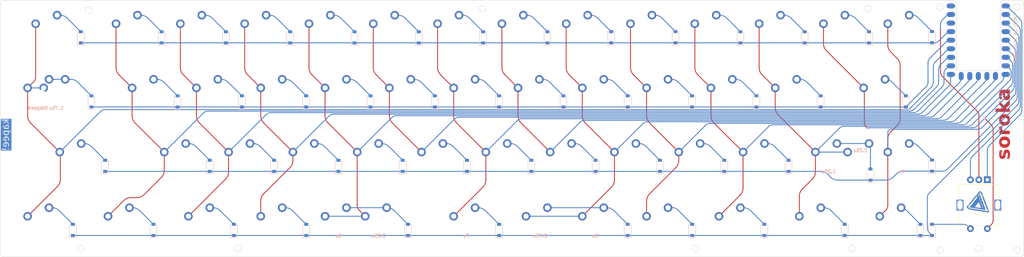
<source format=kicad_pcb>
(kicad_pcb (version 20221018) (generator pcbnew)
  (layers (0 "F.Cu" signal) (31 "B.Cu" signal) (34 "B.Paste" user) (35 "F.Paste" user) (36 "B.SilkS" user "B.Silkscreen") (37 "F.SilkS" user "F.Silkscreen") (38 "B.Mask" user) (39 "F.Mask" user) (44 "Edge.Cuts" user))
  (net 0 "")
  (net 1 "ROW0")
  (net 2 "Net-(D1-A)")
  (net 3 "Net-(D2-A)")
  (net 4 "Net-(D3-A)")
  (net 5 "Net-(D4-A)")
  (net 6 "Net-(D5-A)")
  (net 7 "Net-(D6-A)")
  (net 8 "Net-(D7-A)")
  (net 9 "Net-(D8-A)")
  (net 10 "Net-(D9-A)")
  (net 11 "Net-(D10-A)")
  (net 12 "Net-(D11-A)")
  (net 13 "Net-(D12-A)")
  (net 14 "Net-(D13-A)")
  (net 15 "Net-(D14-A)")
  (net 16 "ROW1")
  (net 17 "Net-(D15-A)")
  (net 18 "Net-(D16-A)")
  (net 19 "Net-(D17-A)")
  (net 20 "Net-(D18-A)")
  (net 21 "Net-(D19-A)")
  (net 22 "Net-(D20-A)")
  (net 23 "Net-(D21-A)")
  (net 24 "Net-(D22-A)")
  (net 25 "Net-(D23-A)")
  (net 26 "Net-(D24-A)")
  (net 27 "Net-(D25-A)")
  (net 28 "Net-(D26-A)")
  (net 29 "Net-(D27-A)")
  (net 30 "ROW2")
  (net 31 "Net-(D28-A)")
  (net 32 "Net-(D29-A)")
  (net 33 "Net-(D30-A)")
  (net 34 "Net-(D31-A)")
  (net 35 "Net-(D32-A)")
  (net 36 "Net-(D33-A)")
  (net 37 "Net-(D34-A)")
  (net 38 "Net-(D35-A)")
  (net 39 "Net-(D36-A)")
  (net 40 "Net-(D37-A)")
  (net 41 "Net-(D38-A)")
  (net 42 "Net-(D39-A)")
  (net 43 "Net-(D41-A)")
  (net 44 "ROW3")
  (net 45 "Net-(D42-A)")
  (net 46 "Net-(D43-A)")
  (net 47 "Net-(D44-A)")
  (net 48 "Net-(D45-A)")
  (net 49 "Net-(D46-A)")
  (net 50 "Net-(D47-A)")
  (net 51 "Net-(D48-A)")
  (net 52 "Net-(D49-A)")
  (net 53 "Net-(D50-A)")
  (net 54 "Net-(D51-A)")
  (net 55 "Net-(D52-A)")
  (net 57 "Net-(D40-A)")
  (net 58 "ENC_CCW")
  (net 59 "ENC_CW")
  (net 60 "GND")
  (net 61 "COL0")
  (net 62 "COL1")
  (net 63 "COL2")
  (net 64 "COL3")
  (net 65 "COL4")
  (net 66 "COL5")
  (net 67 "COL6")
  (net 68 "COL7")
  (net 69 "COL8")
  (net 70 "COL9")
  (net 71 "COL10")
  (net 72 "COL11")
  (net 73 "COL13")
  (net 74 "COL12")
  (footprint "JST-SH-Connectors-master:MX125" (layer "F.Cu") (at 86.995 89.37625)
    (fp_text reference "SW15" hide)
    (fp_text value "Stepped")
  )
  (footprint "JST-SH-Connectors-master:MX100" (layer "F.Cu") (at 308.45125 89.37625)
    (fp_text reference "SW26" hide)
    (fp_text value "MX100")
  )
  (footprint "JST-SH-Connectors-master:MX100" (layer "F.Cu") (at 227.48875 70.32625)
    (fp_text reference "SW8" hide)
    (fp_text value "MX100")
  )
  (footprint "JST-SH-Connectors-master:MX100" (layer "F.Cu") (at 222.72625 108.42625)
    (fp_text reference "SW34" hide)
    (fp_text value "MX100")
  )
  (footprint "JST-SH-Connectors-master:MX100" (layer "F.Cu") (at 279.87625 108.42625)
    (fp_text reference "SW37" hide)
    (fp_text value "MX100")
  )
  (footprint "JST-SH-Connectors-master:MX100" (layer "F.Cu") (at 194.15125 89.37625)
    (fp_text reference "SW20" hide)
    (fp_text value "MX100")
  )
  (footprint "JST-SH-Connectors-master:MX100" (layer "F.Cu") (at 189.38875 70.32625)
    (fp_text reference "SW6" hide)
    (fp_text value "MX100")
  )
  (footprint "JST-SH-Connectors-master:MX100" (layer "F.Cu") (at 303.68875 70.32625)
    (fp_text reference "SW12" hide)
    (fp_text value "MX100")
  )
  (footprint "JST-SH-Connectors-master:MX100" (layer "F.Cu") (at 260.82625 108.42625)
    (fp_text reference "SW36" hide)
    (fp_text value "MX100")
  )
  (footprint "JST-SH-Connectors-master:MX225R" (layer "F.Cu") (at 187.0075 127.47625)
    (fp_text reference "SW47" hide)
    (fp_text value "2.25u")
  )
  (footprint "JST-SH-Connectors-master:MX300R" (layer "F.Cu") (at 175.10125 127.47625)
    (fp_text reference "SW46" hide)
    (fp_text value "3u")
  )
  (footprint "JST-SH-Connectors-master:MX100" (layer "F.Cu") (at 270.35125 89.37625)
    (fp_text reference "SW24" hide)
    (fp_text value "MX100")
  )
  (footprint "JST-SH-Connectors-master:MX175" (layer "F.Cu") (at 334.645 89.37625)
    (fp_text reference "SW27" hide)
    (fp_text value "MX175")
  )
  (footprint "JST-SH-Connectors-master:MX100" (layer "F.Cu") (at 208.43875 70.32625)
    (fp_text reference "SW7" hide)
    (fp_text value "MX100")
  )
  (footprint "JST-SH-Connectors-master:MX100" (layer "F.Cu") (at 246.53875 70.32625)
    (fp_text reference "SW9" hide)
    (fp_text value "MX100")
  )
  (footprint "JST-SH-Connectors-master:MX125" (layer "F.Cu") (at 320.3575 108.42625)
    (fp_text reference "SW39" hide)
    (fp_text value "1.25u")
  )
  (footprint "JST-SH-Connectors-master:MX100" (layer "F.Cu") (at 184.62625 108.42625)
    (fp_text reference "SW32" hide)
    (fp_text value "MX100")
  )
  (footprint "JST-SH-Connectors-master:MX100" (layer "F.Cu") (at 146.52625 108.42625)
    (fp_text reference "SW30" hide)
    (fp_text value "MX100")
  )
  (footprint "JST-SH-Connectors-master:RotaryEncoder_Alps_EC11E-Switch_Vertical_H20mm" (layer "F.Cu") (at 367.46175 114.10625 -90)
    (fp_text reference "SW55" hide)
    (fp_text value "RotaryEncoder_Switch")
  )
  (footprint "JST-SH-Connectors-master:MX100" (layer "F.Cu") (at 117.95125 89.37625)
    (fp_text reference "SW16" hide)
    (fp_text value "MX100")
  )
  (footprint "JST-SH-Connectors-master:MX100" (layer "F.Cu") (at 127.47625 108.42625)
    (fp_text reference "SW29" hide)
    (fp_text value "MX100")
  )
  (footprint "JST-SH-Connectors-master:MX100" (layer "F.Cu") (at 251.30125 89.37625)
    (fp_text reference "SW23" hide)
    (fp_text value "MX100")
  )
  (footprint "JST-SH-Connectors-master:MX100" (layer "F.Cu") (at 156.05125 127.47625)
    (fp_text reference "SW45" hide)
    (fp_text value "MX100")
  )
  (footprint "JST-SH-Connectors-master:MX100" (layer "F.Cu") (at 341.78875 70.32625)
    (fp_text reference "SW14" hide)
    (fp_text value "MX100")
  )
  (footprint "JST-SH-Connectors-master:MX100" (layer "F.Cu") (at 232.25125 89.37625)
    (fp_text reference "SW22" hide)
    (fp_text value "MX100")
  )
  (footprint "JST-SH-Connectors-master:MX125" (layer "F.Cu") (at 315.595 127.47625)
    (fp_text reference "SW52" hide)
    (fp_text value "MX125")
  )
  (footprint "JST-SH-Connectors-master:MX100" (layer "F.Cu") (at 156.05125 89.37625)
    (fp_text reference "SW18" hide)
    (fp_text value "MX100")
  )
  (footprint "JST-SH-Connectors-master:MX100" (layer "F.Cu") (at 137.00125 89.37625)
    (fp_text reference "SW17" hide)
    (fp_text value "MX100")
  )
  (footprint "JST-SH-Connectors-master:MX225" (layer "F.Cu") (at 329.8825 108.42625)
    (fp_text reference "SW40" hide)
    (fp_text value "2.25u")
  )
  (footprint "JST-SH-Connectors-master:MX100" (layer "F.Cu") (at 170.33875 70.32625)
    (fp_text reference "SW5" hide)
    (fp_text value "MX100")
  )
  (footprint "JST-SH-Connectors-master:MX100" (layer "F.Cu") (at 113.18875 70.32625)
    (fp_text reference "SW2" hide)
    (fp_text value "MX100")
  )
  (footprint "JST-SH-Connectors-master:MX100" (layer "F.Cu") (at 165.57625 108.42625)
    (fp_text reference "SW31" hide)
    (fp_text value "MX100")
  )
  (footprint "JST-SH-Connectors-master:MX100" (layer "F.Cu") (at 175.10125 89.37625)
    (fp_text reference "SW19" hide)
    (fp_text value "MX100")
  )
  (footprint "JST-SH-Connectors-master:MX300R" (layer "F.Cu") (at 251.30125 127.47625)
    (fp_text reference "SW49" hide)
    (fp_text value "3u")
  )
  (footprint "JST-SH-Connectors-master:MX100" (layer "F.Cu") (at 270.35125 127.47625)
    (fp_text reference "SW50" hide)
    (fp_text value "MX100")
  )
  (footprint "JST-SH-Connectors-master:MX225" (layer "F.Cu") (at 96.52 108.42625)
    (fp_text reference "SW28" hide)
    (fp_text value "MX225R")
  )
  (footprint "JST-SH-Connectors-master:MX125" (layer "F.Cu") (at 291.7825 127.47625)
    (fp_text reference "SW51" hide)
    (fp_text value "MX125")
  )
  (footprint "JST-SH-Connectors-master:MX100" (layer "F.Cu") (at 213.20125 127.47625)
    (fp_text reference "SW48" hide)
    (fp_text value "7u")
  )
  (footprint "JST-SH-Connectors-master:MX100" (layer "F.Cu") (at 265.58875 70.32625)
    (fp_text reference "SW10" hide)
    (fp_text value "MX100")
  )
  (footprint "JST-SH-Connectors-master:MX100" (layer "F.Cu") (at 132.23875 70.32625)
    (fp_text reference "SW3" hide)
    (fp_text value "MX100")
  )
  (footprint "JST-SH-Connectors-master:MX125" (layer "F.Cu") (at 134.62 127.47625)
    (fp_text reference "SW44" hide)
    (fp_text value "MX125")
  )
  (footprint "JST-SH-Connectors-master:MX125" (layer "F.Cu") (at 86.995 127.47625)
    (fp_text reference "SW42" hide)
    (fp_text value "MX125")
  )
  (footprint "JST-SH-Connectors-master:MX100" (layer "F.Cu") (at 284.63875 70.32625)
    (fp_text reference "SW11" hide)
    (fp_text value "MX100")
  )
  (footprint "JST-SH-Connectors-master:MX100" (layer "F.Cu") (at 322.73875 70.32625)
    (fp_text reference "SW13" hide)
    (fp_text value "MX100")
  )
  (footprint "JST-SH-Connectors-master:MX150" (layer "F.Cu") (at 89.37625 70.32625)
    (fp_text reference "SW1" hide)
    (fp_text value "MX150")
  )
  (footprint "JST-SH-Connectors-master:MX175" (layer "F.Cu") (at 91.7575 89.37625)
    (fp_text reference "SW55" hide)
    (fp_text value "1.75u")
  )
  (footprint "JST-SH-Connectors-master:MX100" (layer "F.Cu") (at 341.78875 108.42625)
    (fp_text reference "SW41" hide)
    (fp_text value "1u")
  )
  (footprint "JST-SH-Connectors-master:MX100" (layer "F.Cu") (at 213.20125 89.37625)
    (fp_text reference "SW21" hide)
    (fp_text value "MX100")
  )
  (footprint "JST-SH-Connectors-master:MX100" (layer "F.Cu") (at 289.40125 89.37625)
    (fp_text reference "SW25" hide)
    (fp_text value "MX100")
  )
  (footprint "JST-SH-Connectors-master:MX100" (layer "F.Cu") (at 151.28875 70.32625)
    (fp_text reference "SW4" hide)
    (fp_text value "MX100")
  )
  (footprint "JST-SH-Connectors-master:MX125" (layer "F.Cu") (at 110.8075 127.47625)
    (fp_text reference "SW43" hide)
    (fp_text value "MX125")
  )
  (footprint "JST-SH-Connectors-master:MX100" (layer "F.Cu") (at 203.67625 108.42625)
    (fp_text reference "SW33" hide)
    (fp_text value "MX100")
  )
  (footprint "JST-SH-Connectors-master:MX100" (layer "F.Cu") (at 241.77625 108.42625)
    (fp_text reference "SW35" hide)
    (fp_text value "MX100")
  )
  (footprint "JST-SH-Connectors-master:MX125" (layer "F.Cu") (at 339.4075 127.47625)
    (fp_text reference "SW53" hide)
    (fp_text value "MX125")
  )
  (footprint "JST-SH-Connectors-master:MX100" (layer "F.Cu") (at 298.92625 108.42625)
    (fp_text reference "SW38" hide)
    (fp_text value "MX100")
  )
  (footprint "JST-SH-Connectors-master:D_SOD-123" (layer "B.Cu") (at 156.18875 109.97 90)
    (fp_text reference "D30" hide)
    (fp_text value "1N4148W")
  )
  (footprint "JST-SH-Connectors-master:D_SOD-123" (layer "B.Cu") (at 299.05625 90.85 90)
    (fp_text reference "D25" hide)
    (fp_text value "1N4148W")
  )
  (footprint "JST-SH-Connectors-master:D_SOD-123" (layer "B.Cu") (at 347.64625 128.98 90)
    (fp_text reference "D42" hide)
    (fp_text value "1N4148W")
  )
  (footprint "JST-SH-Connectors-master:MCU_rp2040-zero-smd" (layer "B.Cu") (at 364.79875 72.68 180)
    (fp_text reference "U1" hide)
    (fp_text value "RP2040-Zero" hide)
  )
  (footprint "JST-SH-Connectors-master:D_SOD-123" (layer "B.Cu") (at 280.00625 90.85 90)
    (fp_text reference "D24" hide)
    (fp_text value "1N4148W")
  )
  (footprint "JST-SH-Connectors-master:D_SOD-123" (layer "B.Cu") (at 180.01875 71.83 90)
    (fp_text reference "D5" hide)
    (fp_text value "1N4148W")
  )
  (footprint "JST-SH-Connectors-master:MX275R" (layer "B.Cu") (at 234.6325 127.47625 180)
    (fp_text reference "SW54" hide)
    (fp_text value "2.75u")
  )
  (footprint "JST-SH-Connectors-master:D_SOD-123" (layer "B.Cu") (at 195.84875 128.98 90)
    (fp_text reference "D48" hide)
    (fp_text value "1N4148W")
  )
  (footprint "JST-SH-Connectors-master:D_SOD-123" (layer "B.Cu") (at 127.60625 90.85 90)
    (fp_text reference "D16" hide)
    (fp_text value "1N4148W")
  )
  (footprint "JST-SH-Connectors-master:D_SOD-123" (layer "B.Cu") (at 120.45625 128.98 90)
    (fp_text reference "D51" hide)
    (fp_text value "1N4148W")
  )
  (footprint "JST-SH-Connectors-master:D_SOD-123" (layer "B.Cu") (at 165.70625 90.85 90)
    (fp_text reference "D18" hide)
    (fp_text value "1N4148W")
  )
  (footprint "JST-SH-Connectors-master:D_SOD-123" (layer "B.Cu") (at 294.31875 71.83 90)
    (fp_text reference "D11" hide)
    (fp_text value "1N4148W")
  )
  (footprint "JST-SH-Connectors-master:D_SOD-123" (layer "B.Cu") (at 332.41875 71.83 90)
    (fp_text reference "D13" hide)
    (fp_text value "1N4148W")
  )
  (footprint "JST-SH-Connectors-master:D_SOD-123" (layer "B.Cu") (at 289.53875 109.97 90)
    (fp_text reference "D37" hide)
    (fp_text value "1N4148W")
  )
  (footprint "JST-SH-Connectors-master:D_SOD-123" (layer "B.Cu") (at 325.22875 128.98 90)
    (fp_text reference "D43" hide)
    (fp_text value "1N4148W")
  )
  (footprint "JST-SH-Connectors-master:D_SOD-123" (layer "B.Cu") (at 146.65625 90.85 90)
    (fp_text reference "D17" hide)
    (fp_text value "1N4148W")
  )
  (footprint "JST-SH-Connectors-master:D_SOD-123" (layer "B.Cu") (at 260.95625 90.85 90)
    (fp_text reference "D23" hide)
    (fp_text value "1N4148W")
  )
  (footprint "JST-SH-Connectors-master:D_SOD-123" (layer "B.Cu") (at 222.84625 128.98 90)
    (fp_text reference "D47" hide)
    (fp_text value "1N4148W")
  )
  (footprint "JST-SH-Connectors-master:D_SOD-123" (layer "B.Cu") (at 237.16875 71.83 90)
    (fp_text reference "D8" hide)
    (fp_text value "1N4148W")
  )
  (footprint "JST-SH-Connectors-master:D_SOD-123" (layer "B.Cu") (at 160.96875 71.83 90)
    (fp_text reference "D4" hide)
    (fp_text value "1N4148W")
  )
  (footprint "JST-SH-Connectors-master:D_SOD-123" (layer "B.Cu") (at 203.80625 90.85 90)
    (fp_text reference "D20" hide)
    (fp_text value "1N4148W")
  )
  (footprint "JST-SH-Connectors-master:D_SOD-123" (layer "B.Cu") (at 218.11875 71.83 90)
    (fp_text reference "D7" hide)
    (fp_text value "1N4148W")
  )
  (footprint "JST-SH-Connectors-master:D_SOD-123" (layer "B.Cu") (at 251.43875 109.97 90)
    (fp_text reference "D35" hide)
    (fp_text value "1N4148W")
  )
  (footprint "JST-SH-Connectors-master:D_SOD-123" (layer "B.Cu") (at 351.09875 128.98 90)
    (fp_text reference "D40" hide)
    (fp_text value "1N4148W")
  )
  (footprint "JST-SH-Connectors-master:D_SOD-123" (layer "B.Cu") (at 213.33875 109.97 90)
    (fp_text reference "D33" hide)
    (fp_text value "1N4148W")
  )
  (footprint "JST-SH-Connectors-master:D_SOD-123" (layer "B.Cu") (at 280.04625 128.98 90)
    (fp_text reference "D45" hide)
    (fp_text value "1N4148W")
  )
  (footprint "JST-SH-Connectors-master:D_SOD-123" (layer "B.Cu") (at 194.28875 109.97 90)
    (fp_text reference "D32" hide)
    (fp_text value "1N4148W")
  )
  (footprint "JST-SH-Connectors-master:D_SOD-123" (layer "B.Cu") (at 144.28875 128.98 90)
    (fp_text reference "D50" hide)
    (fp_text value "1N4148W")
  )
  (footprint "JST-SH-Connectors-master:D_SOD-123" (layer "B.Cu") (at 270.48875 109.97 90)
    (fp_text reference "D36" hide)
    (fp_text value "1N4148W")
  )
  (footprint "JST-SH-Connectors-master:D_SOD-123" (layer "B.Cu") (at 98.92625 71.81 90)
    (fp_text reference "D1" hide)
    (fp_text value "1N4148W")
  )
  (footprint "JST-SH-Connectors-master:D_SOD-123" (layer "B.Cu") (at 332.85 112.55 90)
    (fp_text reference "D39" hide)
    (fp_text value "1N4148W")
  )
  (footprint "JST-SH-Connectors-master:D_SOD-123" (layer "B.Cu") (at 351.09875 109.89 90)
    (fp_text reference "D41" hide)
    (fp_text value "1N4148W")
  )
  (footprint "JST-SH-Connectors-master:D_SOD-123" (layer "B.Cu") (at 260.93875 128.98 90)
    (fp_text reference "D46" hide)
    (fp_text value "1N4148W")
  )
  (footprint "JST-SH-Connectors-master:D_SOD-123" (layer "B.Cu") (at 241.90625 90.85 90)
    (fp_text reference "D22" hide)
    (fp_text value "1N4148W")
  )
  (footprint "JST-SH-Connectors-master:D_SOD-123" (layer "B.Cu") (at 106.16625 109.97 90)
    (fp_text reference "D28" hide)
    (fp_text value "1N4148W")
  )
  (footprint "JST-SH-Connectors-master:D_SOD-123" (layer "B.Cu") (at 313.36875 71.83 90)
    (fp_text reference "D12" hide)
    (fp_text value "1N4148W")
  )
  (footprint "JST-SH-Connectors-master:D_SOD-123" (layer "B.Cu") (at 343.33 90.85 90)
    (fp_text reference "D27" hide)
    (fp_text value "1N4148W")
  )
  (footprint "JST-SH-Connectors-master:D_SOD-123" (layer "B.Cu") (at 102.08875 90.85 90)
    (fp_text reference "D15" hide)
    (fp_text value "1N4148W")
  )
  (footprint "JST-SH-Connectors-master:D_SOD-123" (layer "B.Cu") (at 96.59625 128.98 90)
    (fp_text reference "D52" hide)
    (fp_text value "1N4148W")
  )
  (footprint "JST-SH-Connectors-master:D_SOD-123" (layer "B.Cu") (at 122.86875 71.83 90)
    (fp_text reference "D2" hide)
    (fp_text value "1N4148W")
  )
  (footprint "JST-SH-Connectors-master:D_SOD-123" (layer "B.Cu") (at 308.58875 109.97 90)
    (fp_text reference "D38" hide)
    (fp_text value "1N4148W")
  )
  (footprint "JST-SH-Connectors-master:D_SOD-123" (layer "B.Cu") (at 232.38875 109.97 90)
    (fp_text reference "D34" hide)
    (fp_text value "1N4148W")
  )
  (footprint "JST-SH-Connectors-master:D_SOD-123" (layer "B.Cu") (at 318.10625 90.85 90)
    (fp_text reference "D26" hide)
    (fp_text value "1N4148W")
  )
  (footprint "JST-SH-Connectors-master:D_SOD-123" (layer "B.Cu") (at 199.06875 71.83 90)
    (fp_text reference "D6" hide)
    (fp_text value "1N4148W")
  )
  (footprint "JST-SH-Connectors-master:D_SOD-123" (layer "B.Cu") (at 184.75625 90.85 90)
    (fp_text reference "D19" hide)
    (fp_text value "1N4148W")
  )
  (footprint "JST-SH-Connectors-master:D_SOD-123" (layer "B.Cu") (at 222.85625 90.85 90)
    (fp_text reference "D21" hide)
    (fp_text value "1N4148W")
  )
  (footprint "JST-SH-Connectors-master:D_SOD-123" (layer "B.Cu") (at 256.05875 71.8 90)
    (fp_text reference "D9" hide)
    (fp_text value "1N4148W")
  )
  (footprint "JST-SH-Connectors-master:D_SOD-123" (layer "B.Cu") (at 141.91875 71.83 90)
    (fp_text reference "D3" hide)
    (fp_text value "1N4148W")
  )
  (footprint "JST-SH-Connectors-master:D_SOD-123" (layer "B.Cu") (at 165.71625 128.98 90)
    (fp_text reference "D49" hide)
    (fp_text value "1N4148W")
  )
  (footprint "JST-SH-Connectors-master:D_SOD-123" (layer "B.Cu") (at 275.10625 71.79 90)
    (fp_text reference "D10" hide)
    (fp_text value "1N4148W")
  )
  (footprint "JST-SH-Connectors-master:D_SOD-123" (layer "B.Cu") (at 175.23875 109.97 90)
    (fp_text reference "D31" hide)
    (fp_text value "1N4148W")
  )
  (footprint "JST-SH-Connectors-master:D_SOD-123" (layer "B.Cu") (at 301.40875 128.98 90)
    (fp_text reference "D44" hide)
    (fp_text value "1N4148W")
  )
  (footprint "JST-SH-Connectors-master:D_SOD-123" (layer "B.Cu") (at 137.13875 109.97 90)
    (fp_text reference "D29" hide)
    (fp_text value "1N4148W")
  )
  (footprint "JST-SH-Connectors-master:D_SOD-123" (layer "B.Cu") (at 351.09875 71.76125 90)
    (fp_text reference "D14" hide)
    (fp_text value "1N4148W")
  )
  (gr_poly (pts (xy 365.318211 117.509915) (xy 365.309608 117.51052) (xy 365.300916 117.511513) (xy 365.292145 117.512882) (xy 365.274407 117.516694) (xy 365.256479 117.521854) (xy 365.238442 117.528262) (xy 365.220379 117.535815) (xy 365.202374 117.544411) (xy 365.184509 117.55395) (xy 365.166866 117.564329) (xy 365.14953 117.575446) (xy 365.132583 117.587201) (xy 365.116107 117.599491) (xy 365.100186 117.612215) (xy 365.084902 117.625272) (xy 365.070339 117.638558) (xy 365.056578 117.651974) (xy 364.959719 117.756219) (xy 364.834671 117.900048) (xy 364.690322 118.071687) (xy 364.535559 118.259357) (xy 363.99014 118.93482) (xy 363.837444 119.120837) (xy 363.788839 119.177948) (xy 363.780966 119.187633) (xy 363.774266 119.195518) (xy 363.768328 119.202249) (xy 363.762743 119.20847) (xy 363.757101 119.214829) (xy 363.750993 119.22197) (xy 363.744008 119.230539) (xy 363.74006 119.235562) (xy 363.735738 119.241183) (xy 363.711336 119.273508) (xy 363.698699 119.290047) (xy 363.692074 119.298546) (xy 363.685169 119.307248) (xy 363.028406 120.100387) (xy 362.984899 120.157242) (xy 362.936401 120.218175) (xy 362.884366 120.281833) (xy 362.830245 120.346864) (xy 362.621967 120.593664) (xy 362.615052 120.60212) (xy 362.608882 120.610029) (xy 362.603244 120.617516) (xy 362.597925 120.624709) (xy 362.592713 120.631732) (xy 362.587395 120.638714) (xy 362.58176 120.645779) (xy 362.578758 120.649383) (xy 362.575596 120.653054) (xy 362.468918 120.779123) (xy 362.460477 120.788854) (xy 362.453164 120.797609) (xy 362.446699 120.805637) (xy 362.4408 120.813188) (xy 362.429576 120.827859) (xy 362.423688 120.835479) (xy 362.417241 120.843621) (xy 361.939936 121.424771) (xy 361.891043 121.484268) (xy 361.840025 121.544494) (xy 361.735134 121.665987) (xy 361.683023 121.726682) (xy 361.632309 121.786962) (xy 361.583873 121.84654) (xy 361.538596 121.90513) (xy 361.517418 121.934476) (xy 361.498206 121.963472) (xy 361.48112 121.992219) (xy 361.46632 122.02082) (xy 361.453968 122.049374) (xy 361.444223 122.077984) (xy 361.440379 122.092342) (xy 361.437248 122.106752) (xy 361.434848 122.121226) (xy 361.433202 122.135777) (xy 361.432327 122.150419) (xy 361.432246 122.165163) (xy 361.432977 122.180023) (xy 361.434541 122.19501) (xy 361.436958 122.210138) (xy 361.440248 122.22542) (xy 361.444431 122.240868) (xy 361.449527 122.256494) (xy 361.455556 122.272312) (xy 361.462539 122.288334) (xy 361.470495 122.304573) (xy 361.479445 122.321041) (xy 361.489409 122.337751) (xy 361.500406 122.354717) (xy 361.512457 122.371949) (xy 361.525582 122.389462) (xy 361.67013 122.573529) (xy 361.672089 122.575603) (xy 361.67393 122.577494) (xy 361.675669 122.579229) (xy 361.677323 122.580835) (xy 361.680442 122.583768) (xy 361.68342 122.586509) (xy 361.686391 122.589275) (xy 361.689486 122.592282) (xy 361.691122 122.593944) (xy 361.69284 122.595747) (xy 361.694655 122.597719) (xy 361.696584 122.599887) (xy 361.786481 122.700278) (xy 361.82335 122.738638) (xy 361.856854 122.770271) (xy 361.888508 122.79605) (xy 361.919829 122.816848) (xy 361.952333 122.833537) (xy 361.987536 122.84699) (xy 362.026953 122.85808) (xy 362.072101 122.86768) (xy 362.185652 122.885899) (xy 362.340318 122.908629) (xy 362.436859 122.923868) (xy 362.548226 122.942852) (xy 363.252584 123.064296) (xy 363.950512 123.179687) (xy 365.355137 123.40892) (xy 367.350913 123.747564) (xy 367.415312 123.757582) (xy 367.451124 123.762785) (xy 367.488672 123.767326) (xy 367.527451 123.770613) (xy 367.566957 123.772052) (xy 367.606685 123.77105) (xy 367.626475 123.769448) (xy 367.646131 123.767014) (xy 367.66559 123.763672) (xy 367.68479 123.75935) (xy 367.703667 123.753973) (xy 367.722157 123.747466) (xy 367.740199 123.739756) (xy 367.757729 123.730768) (xy 367.774683 123.720429) (xy 367.791 123.708664) (xy 367.806615 123.695399) (xy 367.821465 123.680559) (xy 367.835489 123.664072) (xy 367.848622 123.645862) (xy 367.860801 123.625855) (xy 367.871964 123.603978) (xy 367.882047 123.580156) (xy 367.890987 123.554315) (xy 367.894908 123.539749) (xy 367.897841 123.524599) (xy 367.899831 123.508907) (xy 367.900925 123.492714) (xy 367.901169 123.476061) (xy 367.900608 123.458989) (xy 367.897261 123.423757) (xy 367.892033 123.392083) (xy 367.567403 123.392083) (xy 367.565477 123.406326) (xy 367.561676 123.418792) (xy 367.556085 123.429567) (xy 367.548788 123.438734) (xy 367.539869 123.446378) (xy 367.529413 123.452582) (xy 367.517505 123.457431) (xy 367.504227 123.461009) (xy 367.489666 123.463399) (xy 367.473904 123.464687) (xy 367.43912 123.46429) (xy 367.40055 123.46049) (xy 367.03669 123.388357) (xy 366.85714 123.363024) (xy 366.676878 123.33376) (xy 366.315352 123.268431) (xy 365.954376 123.202359) (xy 365.774803 123.172166) (xy 365.596218 123.145532) (xy 365.551874 123.139159) (xy 365.506511 123.131987) (xy 365.460143 123.123846) (xy 365.436588 123.11936) (xy 365.412787 123.114569) (xy 365.24098 123.081184) (xy 365.06656 123.050605) (xy 364.713068 122.994399) (xy 364.358677 122.939013) (xy 364.183133 122.90946) (xy 364.009751 122.877511) (xy 363.964587 122.869134) (xy 363.921095 122.861722) (xy 363.877813 122.854871) (xy 363.833283 122.848178) (xy 362.683088 122.658398) (xy 362.47286 122.625439) (xy 362.422638 122.617449) (xy 362.376115 122.611107) (xy 362.292902 122.601411) (xy 362.255578 122.59708) (xy 362.220688 122.592443) (xy 362.187914 122.587011) (xy 362.156941 122.580296) (xy 362.14203 122.576304) (xy 362.127451 122.571808) (xy 362.113163 122.566747) (xy 362.099128 122.56106) (xy 362.085305 122.554686) (xy 362.071656 122.547564) (xy 362.05814 122.539632) (xy 362.044717 122.53083) (xy 362.031349 122.521097) (xy 362.017996 122.510371) (xy 362.004618 122.498591) (xy 361.991176 122.485697) (xy 361.97763 122.471627) (xy 361.96394 122.45632) (xy 361.950067 122.439716) (xy 361.935971 122.421753) (xy 361.896915 122.373806) (xy 361.89135 122.366646) (xy 361.885431 122.359301) (xy 361.879131 122.351717) (xy 361.872424 122.343838) (xy 361.857683 122.326975) (xy 361.840995 122.308273) (xy 361.813996 122.277821) (xy 361.799205 122.260456) (xy 361.784687 122.242558) (xy 361.777797 122.233617) (xy 361.771295 122.224793) (xy 361.765287 122.21617) (xy 361.75988 122.207832) (xy 361.755179 122.199861) (xy 361.751292 122.192342) (xy 361.748325 122.185357) (xy 361.74722 122.182092) (xy 361.746384 122.178991) (xy 361.745263 122.171771) (xy 361.74515 122.164246) (xy 361.74599 122.15644) (xy 361.747727 122.148375) (xy 361.750307 122.140073) (xy 361.753673 122.131558) (xy 361.75777 122.122852) (xy 361.762543 122.113977) (xy 361.767937 122.104958) (xy 361.773896 122.095816) (xy 361.787288 122.077254) (xy 361.802276 122.058475) (xy 361.818418 122.03966) (xy 361.83527 122.02099) (xy 361.852389 122.002648) (xy 361.885656 121.967673) (xy 361.914677 121.93619) (xy 361.926488 121.922212) (xy 361.935907 121.909652) (xy 363.116713 120.473126) (xy 363.120075 120.469271) (xy 363.123185 120.465871) (xy 363.129166 120.45949) (xy 363.132295 120.456038) (xy 363.135689 120.452095) (xy 363.137525 120.449867) (xy 363.139476 120.447427) (xy 363.141557 120.444747) (xy 363.143786 120.441797) (xy 363.197129 120.37868) (xy 363.19993 120.374848) (xy 363.202004 120.371899) (xy 363.203462 120.369704) (xy 363.204413 120.368132) (xy 363.204967 120.367055) (xy 363.205236 120.366341) (xy 363.205328 120.36586) (xy 363.205355 120.365484) (xy 363.205427 120.365081) (xy 363.205653 120.364523) (xy 363.206143 120.363678) (xy 363.207009 120.362418) (xy 363.208361 120.360612) (xy 363.210307 120.35813) (xy 363.216428 120.350619) (xy 363.91465 119.494043) (xy 363.922405 119.486259) (xy 363.925524 119.48309) (xy 363.928391 119.480048) (xy 363.929791 119.478492) (xy 363.931199 119.476868) (xy 363.93264 119.475143) (xy 363.934139 119.473285) (xy 363.935718 119.471259) (xy 363.937401 119.469034) (xy 363.941178 119.463849) (xy 363.94436 119.459215) (xy 363.946206 119.456283) (xy 363.948262 119.452739) (xy 363.949657 119.450733) (xy 363.952089 119.447642) (xy 363.956149 119.44277) (xy 363.962432 119.435421) (xy 364.274489 119.062866) (xy 364.279917 119.055399) (xy 364.286219 119.047288) (xy 364.289699 119.04309) (xy 364.293399 119.038849) (xy 364.297319 119.034607) (xy 364.30146 119.030402) (xy 364.305821 119.026275) (xy 364.310405 119.022265) (xy 364.31521 119.018411) (xy 364.320238 119.014755) (xy 364.325488 119.011334) (xy 364.330962 119.00819) (xy 364.33666 119.005362) (xy 364.342582 119.00289) (xy 364.35141 119.018154) (xy 364.359997 119.034262) (xy 364.368357 119.051122) (xy 364.376504 119.068643) (xy 364.392214 119.105303) (xy 364.407241 119.143514) (xy 364.421697 119.182546) (xy 364.435695 119.221672) (xy 364.462767 119.297287) (xy 364.469107 119.31368) (xy 364.475426 119.328771) (xy 364.48738 119.355749) (xy 364.492703 119.367985) (xy 364.497382 119.379619) (xy 364.501261 119.390826) (xy 364.502852 119.396324) (xy 364.504184 119.401781) (xy 364.505239 119.40722) (xy 364.505996 119.41266) (xy 364.506436 119.418126) (xy 364.50654 119.423638) (xy 364.506288 119.429218) (xy 364.505661 119.434888) (xy 364.504639 119.440671) (xy 364.503202 119.446587) (xy 364.501332 119.452659) (xy 364.499008 119.458909) (xy 364.496211 119.465359) (xy 364.492923 119.47203) (xy 364.489122 119.478944) (xy 364.48479 119.486124) (xy 364.479907 119.493591) (xy 364.474454 119.501367) (xy 364.273391 119.744677) (xy 364.272688 119.745678) (xy 364.2718 119.746966) (xy 364.270929 119.748262) (xy 364.270563 119.748824) (xy 364.270278 119.749282) (xy 364.180506 119.8565) (xy 364.177535 119.860878) (xy 364.175988 119.863152) (xy 364.174235 119.865641) (xy 364.172149 119.868465) (xy 364.169604 119.871743) (xy 364.166476 119.875595) (xy 364.162639 119.880139) (xy 363.874939 120.230291) (xy 363.872581 120.23318) (xy 363.869742 120.236419) (xy 363.866489 120.239979) (xy 363.862892 120.243829) (xy 363.854939 120.25227) (xy 363.850719 120.256799) (xy 363.84643 120.261493) (xy 363.645618 120.505526) (xy 363.638517 120.513962) (xy 363.632192 120.52136) (xy 363.620969 120.534352) (xy 363.615619 120.540599) (xy 363.610142 120.547116) (xy 363.604313 120.554231) (xy 363.597905 120.562271) (xy 363.147191 121.111267) (xy 363.135332 121.127328) (xy 363.123016 121.143331) (xy 363.097281 121.175181) (xy 363.070518 121.206854) (xy 363.04326 121.238384) (xy 363.016041 121.269809) (xy 362.989393 121.301163) (xy 362.96385 121.332484) (xy 362.951658 121.348142) (xy 362.939943 121.363806) (xy 362.937451 121.367093) (xy 362.935016 121.370078) (xy 362.932617 121.37282) (xy 362.930234 121.375379) (xy 362.927848 121.377813) (xy 362.925437 121.380181) (xy 362.920462 121.384956) (xy 362.915149 121.390173) (xy 362.912315 121.393095) (xy 362.909335 121.396305) (xy 362.906191 121.399861) (xy 362.902861 121.403823) (xy 362.899325 121.408249) (xy 362.895563 121.413198) (xy 362.582421 121.79295) (xy 362.582116 121.793394) (xy 362.58175 121.793945) (xy 362.580922 121.795233) (xy 362.580109 121.796533) (xy 362.579482 121.797564) (xy 362.579154 121.798008) (xy 362.578767 121.79856) (xy 362.577889 121.799847) (xy 362.576999 121.801147) (xy 362.576596 121.801714) (xy 362.576246 121.802179) (xy 362.522486 121.870092) (xy 362.414849 121.99109) (xy 362.388573 122.021587) (xy 362.363068 122.052367) (xy 362.338593 122.083522) (xy 362.326823 122.099268) (xy 362.315407 122.115142) (xy 362.315099 122.115592) (xy 362.314727 122.116153) (xy 362.313867 122.117464) (xy 362.313418 122.118142) (xy 362.312983 122.118785) (xy 362.312581 122.119357) (xy 362.31223 122.119821) (xy 362.22488 122.232751) (xy 362.222769 122.237994) (xy 362.22159 122.242866) (xy 362.221297 122.247381) (xy 362.221839 122.251555) (xy 362.22317 122.255402) (xy 362.225239 122.258937) (xy 362.228 122.262175) (xy 362.231404 122.265129) (xy 362.235401 122.267816) (xy 362.239945 122.270249) (xy 362.244986 122.272444) (xy 362.250477 122.274415) (xy 362.262611 122.277743) (xy 362.275962 122.280352) (xy 362.290141 122.282359) (xy 362.304762 122.283881) (xy 362.333782 122.285944) (xy 362.359925 122.28748) (xy 362.37095 122.288345) (xy 362.380094 122.289431) (xy 363.12212 122.415271) (xy 363.281452 122.4414) (xy 363.363907 122.454904) (xy 363.448468 122.469369) (xy 365.167115 122.761569) (xy 366.042636 122.911391) (xy 366.615095 123.005451) (xy 366.825011 123.037172) (xy 366.942153 123.051031) (xy 366.883646 122.874005) (xy 366.879737 122.863259) (xy 366.878901 122.861094) (xy 366.878746 122.860812) (xy 366.878293 122.859776) (xy 366.877187 122.857019) (xy 366.875072 122.851574) (xy 366.857315 122.800955) (xy 366.834275 122.732585) (xy 366.809777 122.664764) (xy 366.807393 122.658554) (xy 366.338001 122.658554) (xy 366.333245 122.658405) (xy 366.326442 122.65778) (xy 366.307855 122.655286) (xy 366.284568 122.651445) (xy 366.258907 122.646628) (xy 366.233199 122.641206) (xy 366.20977 122.635551) (xy 366.199638 122.632752) (xy 366.190949 122.630034) (xy 366.183993 122.627444) (xy 366.179061 122.625027) (xy 366.179064 122.625025) (xy 366.179067 122.625024) (xy 366.17907 122.625022) (xy 366.179073 122.62502) (xy 366.179076 122.625019) (xy 366.179078 122.625017) (xy 366.179083 122.625013) (xy 366.179092 122.625007) (xy 366.179097 122.625003) (xy 366.179099 122.625001) (xy 366.179102 122.625) (xy 366.173377 122.621209) (xy 366.167823 122.61691) (xy 366.162436 122.612131) (xy 366.157212 122.6069) (xy 366.14724 122.595194) (xy 366.137879 122.582017) (xy 366.129097 122.567592) (xy 366.120868 122.552145) (xy 366.11316 122.535899) (xy 366.108715 122.525537) (xy 365.648288 122.525537) (xy 365.625177 122.525991) (xy 365.577873 122.521624) (xy 365.423946 122.5009) (xy 364.971637 122.428869) (xy 364.231752 122.30137) (xy 364.174365 122.291926) (xy 364.11075 122.282711) (xy 363.973006 122.263644) (xy 363.902961 122.253132) (xy 363.834857 122.241527) (xy 363.770735 122.228499) (xy 363.740807 122.221348) (xy 363.712639 122.213717) (xy 363.714268 122.211506) (xy 363.715588 122.209656) (xy 363.716643 122.208116) (xy 363.717476 122.206836) (xy 363.718131 122.205766) (xy 363.718651 122.204855) (xy 363.719464 122.20331) (xy 363.720264 122.201799) (xy 363.720768 122.20093) (xy 363.7214 122.199918) (xy 363.722203 122.198714) (xy 363.723222 122.197266) (xy 363.724499 122.195524) (xy 363.726079 122.193438) (xy 364.146027 121.683618) (xy 364.149819 121.679402) (xy 364.153078 121.675706) (xy 364.155878 121.672455) (xy 364.158296 121.669574) (xy 364.16228 121.664624) (xy 364.165626 121.660254) (xy 364.168933 121.655865) (xy 364.172798 121.650857) (xy 364.177819 121.644631) (xy 364.18095 121.640874) (xy 364.184594 121.636587) (xy 364.320609 121.471151) (xy 364.324054 121.466802) (xy 364.326666 121.46364) (xy 364.32875 121.46125) (xy 364.330609 121.459219) (xy 364.332547 121.457131) (xy 364.334866 121.454573) (xy 364.33787 121.451129) (xy 364.341863 121.446386) (xy 364.96514 120.686059) (xy 365.136376 121.12239) (xy 365.140012 121.13196) (xy 365.143246 121.140163) (xy 365.148933 121.154105) (xy 365.151597 121.160662) (xy 365.154284 121.167486) (xy 365.157099 121.174988) (xy 365.160148 121.183575) (xy 365.444181 121.957516) (xy 365.448369 121.969583) (xy 365.561179 122.264232) (xy 365.595102 122.355455) (xy 365.623524 122.435486) (xy 365.642551 122.495216) (xy 365.647324 122.514622) (xy 365.648288 122.525537) (xy 366.108715 122.525537) (xy 366.105945 122.519079) (xy 366.099194 122.501909) (xy 366.092877 122.484612) (xy 366.081428 122.45054) (xy 366.062455 122.390753) (xy 365.842554 121.800357) (xy 365.838529 121.789547) (xy 365.838149 121.788455) (xy 365.838343 121.788863) (xy 365.838726 121.789741) (xy 365.838867 121.790033) (xy 365.838905 121.790086) (xy 365.838912 121.790056) (xy 365.838516 121.788778) (xy 365.837153 121.784875) (xy 365.531755 120.95646) (xy 365.526777 120.942692) (xy 365.520769 120.926403) (xy 365.360813 120.495959) (xy 365.332912 120.42247) (xy 365.32934 120.412508) (xy 365.32612 120.403809) (xy 365.320288 120.388683) (xy 365.314523 120.374068) (xy 365.307932 120.356936) (xy 365.301794 120.340357) (xy 365.295828 120.323951) (xy 365.289421 120.306564) (xy 365.281963 120.287045) (xy 365.065532 119.70942) (xy 365.062973 119.702755) (xy 365.062688 119.702047) (xy 365.06238 119.701241) (xy 365.061731 119.69947) (xy 365.060561 119.696219) (xy 364.997504 119.527139) (xy 364.995821 119.522258) (xy 364.994274 119.517703) (xy 364.992812 119.513442) (xy 364.991384 119.509442) (xy 364.98909 119.503314) (xy 364.986679 119.49713) (xy 364.981557 119.484372) (xy 364.976115 119.470725) (xy 364.973304 119.46343) (xy 364.97045 119.455746) (xy 364.947988 119.395614) (xy 364.937035 119.367474) (xy 364.925542 119.337183) (xy 364.913842 119.305495) (xy 364.902266 119.273162) (xy 364.899054 119.264214) (xy 364.896247 119.256603) (xy 364.891289 119.243661) (xy 364.886274 119.230878) (xy 364.880088 119.214798) (xy 364.875213 119.20177) (xy 364.874915 119.201051) (xy 364.874597 119.200229) (xy 364.873938 119.198417) (xy 364.872763 119.195105) (xy 364.871631 119.191794) (xy 364.871014 119.190008) (xy 364.870475 119.188504) (xy 364.870217 119.187853) (xy 364.869933 119.187081) (xy 364.869635 119.186229) (xy 364.869334 119.185338) (xy 364.868776 119.183606) (xy 364.868355 119.182214) (xy 364.775287 118.934527) (xy 364.767703 118.91457) (xy 364.758608 118.892711) (xy 364.737526 118.844425) (xy 364.715328 118.791956) (xy 364.704836 118.764866) (xy 364.695296 118.737587) (xy 364.687119 118.710405) (xy 364.680714 118.683604) (xy 364.676494 118.657471) (xy 364.675331 118.644745) (xy 364.674867 118.632292) (xy 364.675155 118.620149) (xy 364.676245 118.608352) (xy 364.678189 118.596935) (xy 364.681039 118.585936) (xy 364.684844 118.575389) (xy 364.689657 118.56533) (xy 364.695529 118.555795) (xy 364.702512 118.54682) (xy 364.739542 118.503542) (xy 364.748 118.493916) (xy 364.755439 118.485783) (xy 364.758666 118.482434) (xy 364.761508 118.479649) (xy 364.763919 118.47749) (xy 364.765857 118.476022) (xy 364.768857 118.478604) (xy 364.771675 118.481231) (xy 364.776801 118.486617) (xy 364.781313 118.492178) (xy 364.785287 118.497909) (xy 364.7888 118.503806) (xy 364.791928 118.509867) (xy 364.794748 118.516088) (xy 364.797337 118.522464) (xy 364.802126 118.535672) (xy 364.806909 118.549461) (xy 364.80949 118.556565) (xy 364.812299 118.563804) (xy 364.815412 118.571174) (xy 364.818908 118.578671) (xy 364.844881 118.638061) (xy 364.905299 118.79174) (xy 364.966953 118.944442) (xy 365.027467 119.097254) (xy 365.056555 119.174041) (xy 365.084465 119.251263) (xy 365.632514 120.722543) (xy 365.63367 120.725385) (xy 365.633821 120.725696) (xy 365.633759 120.725459) (xy 365.632485 120.721907) (xy 365.636345 120.732257) (xy 365.804239 121.185315) (xy 365.804685 121.186788) (xy 365.805257 121.188551) (xy 365.805561 121.189442) (xy 365.80586 121.190287) (xy 365.806142 121.191045) (xy 365.806395 121.191677) (xy 365.811924 121.20695) (xy 365.816961 121.220219) (xy 365.827567 121.247415) (xy 365.849178 121.305496) (xy 365.876573 121.378899) (xy 365.904195 121.451643) (xy 365.930916 121.522836) (xy 365.955608 121.591589) (xy 366.207978 122.262542) (xy 366.226515 122.307927) (xy 366.247144 122.356711) (xy 366.268493 122.407784) (xy 366.289189 122.460033) (xy 366.298863 122.486251) (xy 366.30786 122.512347) (xy 366.316007 122.53818) (xy 366.323134 122.563612) (xy 366.329068 122.588505) (xy 366.333638 122.612719) (xy 366.336673 122.636115) (xy 366.338001 122.658554) (xy 366.807393 122.658554) (xy 366.758096 122.530145) (xy 366.705653 122.395854) (xy 366.680203 122.328443) (xy 366.655831 122.260647) (xy 366.571351 122.038458) (xy 366.565085 122.021033) (xy 366.558587 122.003939) (xy 366.5514 121.985789) (xy 366.54307 121.965197) (xy 366.214464 121.090823) (xy 366.199439 121.049535) (xy 366.184502 121.009691) (xy 366.153692 120.928161) (xy 365.973204 120.443847) (xy 365.972075 120.440523) (xy 365.971458 120.438745) (xy 365.970916 120.437246) (xy 365.957242 120.400296) (xy 365.95021 120.382641) (xy 365.946932 120.374208) (xy 365.943802 120.365899) (xy 365.87251 120.176376) (xy 365.866944 120.160162) (xy 365.859925 120.140921) (xy 365.855975 120.130114) (xy 365.853078 120.121948) (xy 365.518229 119.226873) (xy 365.517096 119.223581) (xy 365.51648 119.221823) (xy 365.51594 119.220337) (xy 365.502262 119.183349) (xy 365.498628 119.174372) (xy 365.495184 119.165714) (xy 365.491918 119.157265) (xy 365.488817 119.148916) (xy 365.488541 119.148201) (xy 365.48824 119.147382) (xy 365.487601 119.145576) (xy 365.486974 119.143778) (xy 365.486432 119.14227) (xy 365.484079 119.135669) (xy 365.416221 118.954586) (xy 365.356721 118.786208) (xy 365.284175 118.587078) (xy 365.245926 118.485821) (xy 365.207918 118.388686) (xy 365.171316 118.299607) (xy 365.137287 118.222522) (xy 365.130992 118.208453) (xy 365.125474 118.195044) (xy 365.120711 118.182256) (xy 365.11668 118.170054) (xy 365.113361 118.158399) (xy 365.110731 118.147254) (xy 365.108769 118.136582) (xy 365.107453 118.126345) (xy 365.106762 118.116506) (xy 365.106675 118.107027) (xy 365.107168 118.097872) (xy 365.108221 118.089003) (xy 365.109812 118.080382) (xy 365.11192 118.071972) (xy 365.114522 118.063736) (xy 365.117598 118.055637) (xy 365.121125 118.047637) (xy 365.125081 118.039698) (xy 365.129446 118.031784) (xy 365.134198 118.023857) (xy 365.144773 118.007814) (xy 365.156635 117.991271) (xy 365.183525 117.955488) (xy 365.198207 117.93565) (xy 365.213482 117.914117) (xy 365.221827 117.902409) (xy 365.229919 117.891822) (xy 365.23777 117.882323) (xy 365.245395 117.87388) (xy 365.252806 117.866459) (xy 365.260016 117.860028) (xy 365.26704 117.854555) (xy 365.273891 117.850005) (xy 365.280582 117.846347) (xy 365.287127 117.843547) (xy 365.293538 117.841573) (xy 365.29983 117.840392) (xy 365.306016 117.839971) (xy 365.31211 117.840278) (xy 365.318124 117.841278) (xy 365.324072 117.842941) (xy 365.329968 117.845231) (xy 365.335825 117.848118) (xy 365.341656 117.851568) (xy 365.347476 117.855548) (xy 365.353297 117.860026) (xy 365.359132 117.864968) (xy 365.370901 117.876115) (xy 365.382891 117.888726) (xy 365.395208 117.902539) (xy 365.421256 117.932721) (xy 365.522705 118.05422) (xy 365.541267 118.075507) (xy 365.55883 118.097523) (xy 365.575459 118.120215) (xy 365.591219 118.14353) (xy 365.606174 118.167415) (xy 365.620388 118.191819) (xy 365.633928 118.216688) (xy 365.646857 118.24197) (xy 365.671141 118.29356) (xy 365.693759 118.346167) (xy 365.715227 118.399371) (xy 365.736065 118.452749) (xy 366.596408 120.762194) (xy 366.5995 120.770651) (xy 366.599973 120.77187) (xy 366.600133 120.77219) (xy 366.600281 120.772442) (xy 366.600718 120.773457) (xy 366.601747 120.776066) (xy 366.603669 120.7811) (xy 367.02201 121.90317) (xy 367.054158 121.987765) (xy 367.17271 122.301919) (xy 367.174344 122.305829) (xy 367.175983 122.309983) (xy 367.177591 122.314231) (xy 367.179132 122.318424) (xy 367.18393 122.331674) (xy 367.189684 122.346331) (xy 367.189871 122.346796) (xy 367.190102 122.347398) (xy 367.190638 122.348832) (xy 367.191175 122.350275) (xy 367.191593 122.351367) (xy 367.19171 122.351837) (xy 367.191888 122.352448) (xy 367.19211 122.353154) (xy 367.192358 122.353907) (xy 367.192869 122.355373) (xy 367.193096 122.355993) (xy 367.193282 122.356475) (xy 367.194976 122.361575) (xy 367.198286 122.370927) (xy 367.201612 122.379987) (xy 367.208424 122.397781) (xy 367.223471 122.435916) (xy 367.350254 122.773883) (xy 367.471449 123.09003) (xy 367.534153 123.259469) (xy 367.555213 123.321255) (xy 367.561819 123.343193) (xy 367.565293 123.357934) (xy 367.56737 123.375981) (xy 367.567403 123.392083) (xy 367.892033 123.392083) (xy 367.891251 123.387349) (xy 367.88295 123.350096) (xy 367.872725 123.312329) (xy 367.860947 123.27438) (xy 367.847986 123.23658) (xy 367.83421 123.19926) (xy 367.805692 123.127387) (xy 367.755137 123.003982) (xy 367.545275 122.439212) (xy 367.542463 122.430651) (xy 367.54009 122.422854) (xy 367.535952 122.408548) (xy 367.533834 122.401538) (xy 367.531447 122.394287) (xy 367.528615 122.386546) (xy 367.526977 122.382413) (xy 367.525161 122.378064) (xy 366.984629 120.925525) (xy 366.981846 120.91696) (xy 366.979415 120.909686) (xy 366.977165 120.90324) (xy 366.974922 120.897163) (xy 366.972516 120.890993) (xy 366.969775 120.88427) (xy 366.962597 120.867324) (xy 366.152419 118.702469) (xy 366.150762 118.697851) (xy 366.149257 118.693853) (xy 366.146602 118.687319) (xy 366.144249 118.682066) (xy 366.141994 118.677295) (xy 366.139631 118.672206) (xy 366.136957 118.665999) (xy 366.135439 118.662226) (xy 366.133767 118.657874) (xy 366.131914 118.652843) (xy 366.129856 118.647033) (xy 366.008489 118.311264) (xy 365.994228 118.272643) (xy 365.97869 118.234417) (xy 365.961931 118.196599) (xy 365.94401 118.159204) (xy 365.924984 118.122246) (xy 365.904912 118.08574) (xy 365.883851 118.0497) (xy 365.861859 118.014141) (xy 365.838994 117.979076) (xy 365.815313 117.944522) (xy 365.790875 117.910491) (xy 365.765737 117.876998) (xy 365.739957 117.844058) (xy 365.713593 117.811686) (xy 365.686702 117.779895) (xy 365.659343 117.7487) (xy 365.65541 117.744214) (xy 365.651815 117.739957) (xy 365.648506 117.735891) (xy 365.645432 117.731979) (xy 365.639782 117.724467) (xy 365.63445 117.717121) (xy 365.629023 117.709642) (xy 365.623087 117.70173) (xy 365.619799 117.697519) (xy 365.616228 117.693087) (xy 365.612323 117.688398) (xy 365.608033 117.683413) (xy 365.585945 117.659106) (xy 365.558712 117.631524) (xy 365.543386 117.617132) (xy 365.527038 117.602674) (xy 365.509755 117.588402) (xy 365.491626 117.574566) (xy 365.472739 117.561418) (xy 365.453183 117.549208) (xy 365.433044 117.538188) (xy 365.412411 117.528609) (xy 365.391373 117.520721) (xy 365.380729 117.517491) (xy 365.370017 117.514777) (xy 365.359248 117.512611) (xy 365.348432 117.511026) (xy 365.33758 117.510051) (xy 365.326705 117.509719) (xy 365.326714 117.50971)) (stroke (width 0.06)) (fill solid) (layer "B.Cu"))
  (gr_curve (pts (xy 353.583619 134.001254) (xy 353.031334 134.001254) (xy 352.583619 134.448969) (xy 352.583619 135.001254)) (stroke (width 0.1)) (layer "Edge.Cuts"))
  (gr_curve (pts (xy 353.583623 61.801251) (xy 353.031338 61.801251) (xy 352.583623 62.248966) (xy 352.583623 62.801251)) (stroke (width 0.1)) (layer "Edge.Cuts"))
  (gr_line (start 376.283619 137.001251) (end 377.158619 137.001251) (stroke (width 0.1)) (layer "Edge.Cuts"))
  (gr_curve (pts (xy 352.583623 62.801251) (xy 352.583623 63.353535) (xy 353.031338 63.801251) (xy 353.583623 63.801251)) (stroke (width 0.1)) (layer "Edge.Cuts"))
  (gr_line (start 359.233619 81.70125) (end 359.038525 81.682044) (stroke (width 0.1)) (layer "Edge.Cuts"))
  (gr_line (start 375.502369 60.801249) (end 377.158619 60.801249) (stroke (width 0.1)) (layer "Edge.Cuts"))
  (gr_curve (pts (xy 376.283619 136.001254) (xy 376.835904 136.001254) (xy 377.283619 135.553539) (xy 377.283619 135.001254)) (stroke (width 0.1)) (layer "Edge.Cuts"))
  (gr_line (start 371.314413 80.896344) (end 371.257512 81.083941) (stroke (width 0.1)) (layer "Edge.Cuts"))
  (gr_line (start 359.038525 81.682044) (end 358.850928 81.625143) (stroke (width 0.1)) (layer "Edge.Cuts"))
  (gr_line (start 358.252825 80.896344) (end 358.233619 80.70125) (stroke (width 0.1)) (layer "Edge.Cuts"))
  (gr_line (start 378.283619 62.801249) (end 378.283619 61.926249) (stroke (width 0.1)) (layer "Edge.Cuts"))
  (gr_line (start 357.233619 60.801249) (end 77.083619 60.801249) (stroke (width 0.1)) (layer "Edge.Cuts"))
  (gr_line (start 372.138525 60.820455) (end 371.950928 60.877356) (stroke (width 0.1)) (layer "Edge.Cuts"))
  (gr_line (start 358.233619 80.70125) (end 358.233619 61.801249) (stroke (width 0.1)) (layer "Edge.Cuts"))
  (gr_curve (pts (xy 353.583623 63.801251) (xy 354.135908 63.801251) (xy 354.583623 63.353535) (xy 354.583623 62.801251)) (stroke (width 0.1)) (layer "Edge.Cuts"))
  (gr_arc (start 378.283619 135.876251) (mid 377.954114 136.671746) (end 377.158619 137.001251) (stroke (width 0.1)) (layer "Edge.Cuts"))
  (gr_line (start 358.214413 61.606155) (end 358.157512 61.418558) (stroke (width 0.1)) (layer "Edge.Cuts"))
  (gr_line (start 371.502134 61.245667) (end 371.409726 61.418558) (stroke (width 0.1)) (layer "Edge.Cuts"))
  (gr_circle (center 327.496119 134.476251) (end 328.496119 134.476251) (stroke (width 0.1)) (fill none) (layer "Edge.Cuts"))
  (gr_line (start 371.409726 61.418558) (end 371.352825 61.606155) (stroke (width 0.1)) (layer "Edge.Cuts"))
  (gr_line (start 357.94074 61.094128) (end 357.789201 60.969764) (stroke (width 0.1)) (layer "Edge.Cuts"))
  (gr_curve (pts (xy 354.583623 62.801251) (xy 354.583623 62.248966) (xy 354.135908 61.801251) (xy 353.583623 61.801251)) (stroke (width 0.1)) (layer "Edge.Cuts"))
  (gr_line (start 371.778037 60.969764) (end 371.626498 61.094128) (stroke (width 0.1)) (layer "Edge.Cuts"))
  (gr_circle (center 281.062369 134.476251) (end 282.062369 134.476251) (stroke (width 0.1)) (fill none) (layer "Edge.Cuts"))
  (gr_line (start 371.333619 61.801249) (end 371.333619 62.851249) (stroke (width 0.1)) (layer "Edge.Cuts"))
  (gr_line (start 371.352825 61.606155) (end 371.333619 61.801249) (stroke (width 0.1)) (layer "Edge.Cuts"))
  (gr_line (start 361.283619 81.70125) (end 359.233619 81.70125) (stroke (width 0.1)) (layer "Edge.Cuts"))
  (gr_line (start 371.165104 81.256832) (end 371.04074 81.408371) (stroke (width 0.1)) (layer "Edge.Cuts"))
  (gr_line (start 370.889201 81.532735) (end 370.71631 81.625143) (stroke (width 0.1)) (layer "Edge.Cuts"))
  (gr_circle (center 217.958619 63.326249) (end 218.958619 63.326249) (stroke (width 0.1)) (fill none) (layer "Edge.Cuts"))
  (gr_line (start 358.157512 61.418558) (end 358.065104 61.245667) (stroke (width 0.1)) (layer "Edge.Cuts"))
  (gr_circle (center 332.258619 63.326249) (end 333.258619 63.326249) (stroke (width 0.1)) (fill none) (layer "Edge.Cuts"))
  (gr_line (start 358.850928 81.625143) (end 358.678037 81.532735) (stroke (width 0.1)) (layer "Edge.Cuts"))
  (gr_line (start 371.333619 80.70125) (end 371.314413 80.896344) (stroke (width 0.1)) (layer "Edge.Cuts"))
  (gr_arc (start 377.158619 60.801249) (mid 377.954114 61.130754) (end 378.283619 61.926249) (stroke (width 0.1)) (layer "Edge.Cuts"))
  (gr_arc (start 75.083619 61.926249) (mid 75.413108 61.130729) (end 76.208619 60.801249) (stroke (width 0.1)) (layer "Edge.Cuts"))
  (gr_line (start 77.083619 137.001251) (end 376.283619 137.001251) (stroke (width 0.1)) (layer "Edge.Cuts"))
  (gr_curve (pts (xy 352.583619 135.001254) (xy 352.583619 135.553539) (xy 353.031334 136.001254) (xy 353.583619 136.001254)) (stroke (width 0.1)) (layer "Edge.Cuts"))
  (gr_line (start 371.333619 79.75125) (end 371.333619 80.70125) (stroke (width 0.1)) (layer "Edge.Cuts"))
  (gr_line (start 358.233619 61.801249) (end 358.214413 61.606155) (stroke (width 0.1)) (layer "Edge.Cuts"))
  (gr_curve (pts (xy 354.583619 135.001254) (xy 354.583619 134.448969) (xy 354.135904 134.001254) (xy 353.583619 134.001254)) (stroke (width 0.1)) (layer "Edge.Cuts"))
  (gr_line (start 371.04074 81.408371) (end 370.889201 81.532735) (stroke (width 0.1)) (layer "Edge.Cuts"))
  (gr_line (start 378.283619 135.001251) (end 378.283619 62.801249) (stroke (width 0.1)) (layer "Edge.Cuts"))
  (gr_line (start 358.678037 81.532735) (end 358.526498 81.408371) (stroke (width 0.1)) (layer "Edge.Cuts"))
  (gr_curve (pts (xy 377.283619 62.801251) (xy 377.283619 62.248966) (xy 376.835904 61.801251) (xy 376.283619 61.801251)) (stroke (width 0.1)) (layer "Edge.Cuts"))
  (gr_line (start 375.502369 60.801249) (end 372.333619 60.801249) (stroke (width 0.1)) (layer "Edge.Cuts"))
  (gr_curve (pts (xy 353.583619 136.001254) (xy 354.135904 136.001254) (xy 354.583619 135.553539) (xy 354.583619 135.001254)) (stroke (width 0.1)) (layer "Edge.Cuts"))
  (gr_line (start 77.083619 137.001251) (end 76.208619 137.001251) (stroke (width 0.1)) (layer "Edge.Cuts"))
  (gr_line (start 370.333619 81.70125) (end 368.333619 81.70125) (stroke (width 0.1)) (layer "Edge.Cuts"))
  (gr_line (start 371.950928 60.877356) (end 371.778037 60.969764) (stroke (width 0.1)) (layer "Edge.Cuts"))
  (gr_curve (pts (xy 375.283619 135.001254) (xy 375.283619 135.553539) (xy 375.731334 136.001254) (xy 376.283619 136.001254)) (stroke (width 0.1)) (layer "Edge.Cuts"))
  (gr_curve (pts (xy 375.283619 62.801251) (xy 375.283619 63.353535) (xy 375.731334 63.801251) (xy 376.283619 63.801251)) (stroke (width 0.1)) (layer "Edge.Cuts"))
  (gr_curve (pts (xy 376.283619 134.001254) (xy 375.731334 134.001254) (xy 375.283619 134.448969) (xy 375.283619 135.001254)) (stroke (width 0.1)) (layer "Edge.Cuts"))
  (gr_line (start 75.083619 135.876251) (end 75.083619 135) (stroke (width 0.1)) (layer "Edge.Cuts"))
  (gr_line (start 358.309726 81.083941) (end 358.252825 80.896344) (stroke (width 0.1)) (layer "Edge.Cuts"))
  (gr_line (start 357.428713 60.820455) (end 357.233619 60.801249) (stroke (width 0.1)) (layer "Edge.Cuts"))
  (gr_line (start 75.083619 61.926249) (end 75.083619 62.801249) (stroke (width 0.1)) (layer "Edge.Cuts"))
  (gr_line (start 371.626498 61.094128) (end 371.502134 61.245667) (stroke (width 0.1)) (layer "Edge.Cuts"))
  (gr_curve (pts (xy 377.283619 135.001254) (xy 377.283619 134.448969) (xy 376.835904 134.001254) (xy 376.283619 134.001254)) (stroke (width 0.1)) (layer "Edge.Cuts"))
  (gr_line (start 371.257512 81.083941) (end 371.165104 81.256832) (stroke (width 0.1)) (layer "Edge.Cuts"))
  (gr_circle (center 364.925751 134.476251) (end 365.925751 134.476251) (stroke (width 0.1)) (fill none) (layer "Edge.Cuts"))
  (gr_line (start 368.333619 81.70125) (end 361.283619 81.70125) (stroke (width 0.1)) (layer "Edge.Cuts"))
  (gr_line (start 357.789201 60.969764) (end 357.61631 60.877356) (stroke (width 0.1)) (layer "Edge.Cuts"))
  (gr_line (start 378.283619 135.001251) (end 378.283619 135.876251) (stroke (width 0.1)) (layer "Edge.Cuts"))
  (gr_circle (center 145.329869 134.476251) (end 146.329869 134.476251) (stroke (width 0.1)) (fill none) (layer "Edge.Cuts"))
  (gr_line (start 372.333619 60.801249) (end 372.138525 60.820455) (stroke (width 0.1)) (layer "Edge.Cuts"))
  (gr_circle (center 101.277369 63.801249) (end 102.277369 63.801249) (stroke (width 0.1)) (fill none) (layer "Edge.Cuts"))
  (gr_arc (start 76.208619 137.001251) (mid 75.413124 136.671746) (end 75.083619 135.876251) (stroke (width 0.1)) (layer "Edge.Cuts"))
  (gr_line (start 358.402134 81.256832) (end 358.309726 81.083941) (stroke (width 0.1)) (layer "Edge.Cuts"))
  (gr_line (start 358.526498 81.408371) (end 358.402134 81.256832) (stroke (width 0.1)) (layer "Edge.Cuts"))
  (gr_line (start 358.065104 61.245667) (end 357.94074 61.094128) (stroke (width 0.1)) (layer "Edge.Cuts"))
  (gr_line (start 77.083619 60.801249) (end 76.208619 60.801249) (stroke (width 0.1)) (layer "Edge.Cuts"))
  (gr_curve (pts (xy 376.283619 61.801251) (xy 375.731334 61.801251) (xy 375.283619 62.248966) (xy 375.283619 62.801251)) (stroke (width 0.1)) (layer "Edge.Cuts"))
  (gr_line (start 370.71631 81.625143) (end 370.528713 81.682044) (stroke (width 0.1)) (layer "Edge.Cuts"))
  (gr_curve (pts (xy 376.283619 63.801251) (xy 376.835904 63.801251) (xy 377.283619 63.353535) (xy 377.283619 62.801251)) (stroke (width 0.1)) (layer "Edge.Cuts"))
  (gr_line (start 371.333619 62.851249) (end 371.333619 79.75125) (stroke (width 0.1)) (layer "Edge.Cuts"))
  (gr_line (start 75.083619 62.801249) (end 75.083619 135.001251) (stroke (width 0.1)) (layer "Edge.Cuts"))
  (gr_circle (center 98.896119 134.476251) (end 99.896119 134.476251) (stroke (width 0.1)) (fill none) (layer "Edge.Cuts"))
  (gr_line (start 357.61631 60.877356) (end 357.428713 60.820455) (stroke (width 0.1)) (layer "Edge.Cuts"))
  (gr_line (start 370.528713 81.682044) (end 370.333619 81.70125) (stroke (width 0.1)) (layer "Edge.Cuts"))
  (gr_text "soroka" (at 374.8 108.2 90) (layer "F.Cu") (effects (font (size 4 4) (thickness 0.3) bold) (justify left bottom)))
  (gr_text "kapee!" (at 77.93875 96.00125 90) (layer "B.Cu" knockout) (effects (font (size 2 2) (thickness 0.25) italic) (justify left bottom mirror)))
  (gr_text "MCU on this side!" (at 376.36875 65.42125 90) (layer "B.SilkS") (effects (font (size 1 1) (thickness 0.15) italic) (justify left bottom mirror)))
  (segment (start 351.721573 73.48) (end 350.16875 73.48) (width 0.25) (layer "B.Cu") (net 1))
  (segment (start 357.17875 70.14) (end 356.718427 70.14) (width 0.25) (layer "B.Cu") (net 1))
  (segment (start 98.92625 73.46) (end 350.14875 73.46) (width 0.25) (layer "B.Cu") (net 1))
  (segment (start 355.304213 70.725787) (end 353.135786 72.894214) (width 0.25) (layer "B.Cu") (net 1))
  (segment (start 350.14875 73.46) (end 350.16875 73.48) (width 0.25) (layer "B.Cu") (net 1))
  (arc (start 356.718427 70.14) (mid 355.95306 70.292241) (end 355.304213 70.725787) (width 0.25) (layer "B.Cu") (net 1))
  (arc (start 351.721573 73.48) (mid 352.48694 73.327759) (end 353.135786 72.894214) (width 0.25) (layer "B.Cu") (net 1))
  (segment (start 91.91625 65.24625) (end 92.769859 65.24625) (width 0.25) (layer "B.Cu") (net 2))
  (segment (start 94.89118 66.12493) (end 98.92625 70.16) (width 0.25) (layer "B.Cu") (net 2))
  (arc (start 92.769859 65.24625) (mid 93.91791 65.474612) (end 94.89118 66.12493) (width 0.25) (layer "B.Cu") (net 2))
  (segment (start 118.81368 66.12493) (end 122.86875 70.18) (width 0.25) (layer "B.Cu") (net 3))
  (segment (start 115.72875 65.24625) (end 116.692359 65.24625) (width 0.25) (layer "B.Cu") (net 3))
  (arc (start 116.692359 65.24625) (mid 117.84041 65.474612) (end 118.81368 66.12493) (width 0.25) (layer "B.Cu") (net 3))
  (segment (start 137.86368 66.12493) (end 141.91875 70.18) (width 0.25) (layer "B.Cu") (net 4))
  (segment (start 134.77875 65.24625) (end 135.742359 65.24625) (width 0.25) (layer "B.Cu") (net 4))
  (arc (start 137.86368 66.12493) (mid 136.89041 65.474611) (end 135.742359 65.24625) (width 0.25) (layer "B.Cu") (net 4))
  (segment (start 153.82875 65.24625) (end 154.792359 65.24625) (width 0.25) (layer "B.Cu") (net 5))
  (segment (start 156.91368 66.12493) (end 160.96875 70.18) (width 0.25) (layer "B.Cu") (net 5))
  (arc (start 156.91368 66.12493) (mid 155.94041 65.474611) (end 154.792359 65.24625) (width 0.25) (layer "B.Cu") (net 5))
  (segment (start 175.96368 66.12493) (end 180.01875 70.18) (width 0.25) (layer "B.Cu") (net 6))
  (segment (start 172.87875 65.24625) (end 173.842359 65.24625) (width 0.25) (layer "B.Cu") (net 6))
  (arc (start 173.842359 65.24625) (mid 174.99041 65.474612) (end 175.96368 66.12493) (width 0.25) (layer "B.Cu") (net 6))
  (segment (start 195.01368 66.12493) (end 199.06875 70.18) (width 0.25) (layer "B.Cu") (net 7))
  (segment (start 191.92875 65.24625) (end 192.892359 65.24625) (width 0.25) (layer "B.Cu") (net 7))
  (arc (start 192.892359 65.24625) (mid 194.04041 65.474612) (end 195.01368 66.12493) (width 0.25) (layer "B.Cu") (net 7))
  (segment (start 214.06368 66.12493) (end 218.11875 70.18) (width 0.25) (layer "B.Cu") (net 8))
  (segment (start 210.97875 65.24625) (end 211.942359 65.24625) (width 0.25) (layer "B.Cu") (net 8))
  (arc (start 214.06368 66.12493) (mid 213.09041 65.474611) (end 211.942359 65.24625) (width 0.25) (layer "B.Cu") (net 8))
  (segment (start 230.02875 65.24625) (end 230.992359 65.24625) (width 0.25) (layer "B.Cu") (net 9))
  (segment (start 233.11368 66.12493) (end 237.16875 70.18) (width 0.25) (layer "B.Cu") (net 9))
  (arc (start 230.992359 65.24625) (mid 232.14041 65.474612) (end 233.11368 66.12493) (width 0.25) (layer "B.Cu") (net 9))
  (segment (start 252.03368 66.12493) (end 256.05875 70.15) (width 0.25) (layer "B.Cu") (net 10))
  (segment (start 249.07875 65.24625) (end 249.912359 65.24625) (width 0.25) (layer "B.Cu") (net 10))
  (arc (start 252.03368 66.12493) (mid 251.06041 65.474611) (end 249.912359 65.24625) (width 0.25) (layer "B.Cu") (net 10))
  (segment (start 271.09118 66.12493) (end 275.10625 70.14) (width 0.25) (layer "B.Cu") (net 11))
  (segment (start 268.12875 65.24625) (end 268.969859 65.24625) (width 0.25) (layer "B.Cu") (net 11))
  (arc (start 268.969859 65.24625) (mid 270.11791 65.474612) (end 271.09118 66.12493) (width 0.25) (layer "B.Cu") (net 11))
  (segment (start 290.26368 66.12493) (end 294.31875 70.18) (width 0.25) (layer "B.Cu") (net 12))
  (segment (start 287.17875 65.24625) (end 288.142359 65.24625) (width 0.25) (layer "B.Cu") (net 12))
  (arc (start 290.26368 66.12493) (mid 289.29041 65.474611) (end 288.142359 65.24625) (width 0.25) (layer "B.Cu") (net 12))
  (segment (start 306.22875 65.24625) (end 307.192359 65.24625) (width 0.25) (layer "B.Cu") (net 13))
  (segment (start 309.31368 66.12493) (end 313.36875 70.18) (width 0.25) (layer "B.Cu") (net 13))
  (arc (start 307.192359 65.24625) (mid 308.34041 65.474612) (end 309.31368 66.12493) (width 0.25) (layer "B.Cu") (net 13))
  (segment (start 328.36368 66.12493) (end 332.41875 70.18) (width 0.25) (layer "B.Cu") (net 14))
  (segment (start 325.27875 65.24625) (end 326.242359 65.24625) (width 0.25) (layer "B.Cu") (net 14))
  (arc (start 328.36368 66.12493) (mid 327.39041 65.474611) (end 326.242359 65.24625) (width 0.25) (layer "B.Cu") (net 14))
  (segment (start 344.32875 65.24625) (end 345.235 65.24625) (width 0.25) (layer "B.Cu") (net 15))
  (segment (start 351.09875 70.11125) (end 346.819536 65.832036) (width 0.25) (layer "B.Cu") (net 15))
  (segment (start 345.405323 65.24625) (end 344.32875 65.24625) (width 0.25) (layer "B.Cu") (net 15))
  (arc (start 345.405323 65.24625) (mid 346.17069 65.398491) (end 346.819536 65.832036) (width 0.25) (layer "B.Cu") (net 15))
  (segment (start 343.33 92.5) (end 349.312964 86.517036) (width 0.25) (layer "B.Cu") (net 16))
  (segment (start 356.618427 72.68) (end 357.17875 72.68) (width 0.25) (layer "B.Cu") (net 16))
  (segment (start 102.08875 92.5) (end 343.33 92.5) (width 0.25) (layer "B.Cu") (net 16))
  (segment (start 349.89875 85.102823) (end 349.89875 79.399677) (width 0.25) (layer "B.Cu") (net 16))
  (segment (start 350.484537 77.985463) (end 355.204213 73.265787) (width 0.25) (layer "B.Cu") (net 16))
  (arc (start 349.89875 85.102823) (mid 349.746509 85.86819) (end 349.312964 86.517036) (width 0.25) (layer "B.Cu") (net 16))
  (arc (start 349.89875 79.399677) (mid 350.050991 78.63431) (end 350.484537 77.985463) (width 0.25) (layer "B.Cu") (net 16))
  (arc (start 355.204213 73.265787) (mid 355.85306 72.832241) (end 356.618427 72.68) (width 0.25) (layer "B.Cu") (net 16))
  (segment (start 89.535 84.29625) (end 94.2975 84.29625) (width 0.25) (layer "B.Cu") (net 17))
  (segment (start 89.535 84.29625) (end 90.359859 84.29625) (width 0.25) (layer "B.Cu") (net 17))
  (segment (start 98.06368 85.17493) (end 102.08875 89.2) (width 0.25) (layer "B.Cu") (net 17))
  (segment (start 94.2975 84.29625) (end 95.942359 84.29625) (width 0.25) (layer "B.Cu") (net 17))
  (arc (start 95.942359 84.29625) (mid 97.09041 84.524612) (end 98.06368 85.17493) (width 0.25) (layer "B.Cu") (net 17))
  (segment (start 123.58118 85.17493) (end 127.60625 89.2) (width 0.25) (layer "B.Cu") (net 18))
  (segment (start 120.49125 84.29625) (end 121.459859 84.29625) (width 0.25) (layer "B.Cu") (net 18))
  (arc (start 121.459859 84.29625) (mid 122.60791 84.524612) (end 123.58118 85.17493) (width 0.25) (layer "B.Cu") (net 18))
  (segment (start 139.54125 84.29625) (end 140.509859 84.29625) (width 0.25) (layer "B.Cu") (net 19))
  (segment (start 142.63118 85.17493) (end 146.65625 89.2) (width 0.25) (layer "B.Cu") (net 19))
  (arc (start 142.63118 85.17493) (mid 141.65791 84.524611) (end 140.509859 84.29625) (width 0.25) (layer "B.Cu") (net 19))
  (segment (start 161.68118 85.17493) (end 165.70625 89.2) (width 0.25) (layer "B.Cu") (net 20))
  (segment (start 158.59125 84.29625) (end 159.559859 84.29625) (width 0.25) (layer "B.Cu") (net 20))
  (arc (start 159.559859 84.29625) (mid 160.70791 84.524612) (end 161.68118 85.17493) (width 0.25) (layer "B.Cu") (net 20))
  (segment (start 177.64125 84.29625) (end 178.609859 84.29625) (width 0.25) (layer "B.Cu") (net 21))
  (segment (start 180.73118 85.17493) (end 184.75625 89.2) (width 0.25) (layer "B.Cu") (net 21))
  (arc (start 178.609859 84.29625) (mid 179.75791 84.524612) (end 180.73118 85.17493) (width 0.25) (layer "B.Cu") (net 21))
  (segment (start 196.69125 84.29625) (end 197.659859 84.29625) (width 0.25) (layer "B.Cu") (net 22))
  (segment (start 199.78118 85.17493) (end 203.80625 89.2) (width 0.25) (layer "B.Cu") (net 22))
  (arc (start 197.659859 84.29625) (mid 198.80791 84.524612) (end 199.78118 85.17493) (width 0.25) (layer "B.Cu") (net 22))
  (segment (start 218.83118 85.17493) (end 222.85625 89.2) (width 0.25) (layer "B.Cu") (net 23))
  (segment (start 215.74125 84.29625) (end 216.709859 84.29625) (width 0.25) (layer "B.Cu") (net 23))
  (arc (start 216.709859 84.29625) (mid 217.85791 84.524612) (end 218.83118 85.17493) (width 0.25) (layer "B.Cu") (net 23))
  (segment (start 237.88118 85.17493) (end 241.90625 89.2) (width 0.25) (layer "B.Cu") (net 24))
  (segment (start 234.79125 84.29625) (end 235.759859 84.29625) (width 0.25) (layer "B.Cu") (net 24))
  (arc (start 235.759859 84.29625) (mid 236.90791 84.524612) (end 237.88118 85.17493) (width 0.25) (layer "B.Cu") (net 24))
  (segment (start 256.93118 85.17493) (end 260.95625 89.2) (width 0.25) (layer "B.Cu") (net 25))
  (segment (start 253.84125 84.29625) (end 254.809859 84.29625) (width 0.25) (layer "B.Cu") (net 25))
  (arc (start 254.809859 84.29625) (mid 255.95791 84.524612) (end 256.93118 85.17493) (width 0.25) (layer "B.Cu") (net 25))
  (segment (start 275.98118 85.17493) (end 280.00625 89.2) (width 0.25) (layer "B.Cu") (net 26))
  (segment (start 272.89125 84.29625) (end 273.859859 84.29625) (width 0.25) (layer "B.Cu") (net 26))
  (arc (start 275.98118 85.17493) (mid 275.00791 84.524611) (end 273.859859 84.29625) (width 0.25) (layer "B.Cu") (net 26))
  (segment (start 295.03118 85.17493) (end 299.05625 89.2) (width 0.25) (layer "B.Cu") (net 27))
  (segment (start 291.94125 84.29625) (end 292.909859 84.29625) (width 0.25) (layer "B.Cu") (net 27))
  (arc (start 295.03118 85.17493) (mid 294.05791 84.524611) (end 292.909859 84.29625) (width 0.25) (layer "B.Cu") (net 27))
  (segment (start 310.99125 84.29625) (end 311.959859 84.29625) (width 0.25) (layer "B.Cu") (net 28))
  (segment (start 314.08118 85.17493) (end 318.10625 89.2) (width 0.25) (layer "B.Cu") (net 28))
  (arc (start 311.959859 84.29625) (mid 313.10791 84.524612) (end 314.08118 85.17493) (width 0.25) (layer "B.Cu") (net 28))
  (segment (start 339.012037 84.882037) (end 343.33 89.2) (width 0.25) (layer "B.Cu") (net 29))
  (segment (start 337.185 84.29625) (end 337.597823 84.29625) (width 0.25) (layer "B.Cu") (net 29))
  (arc (start 339.012037 84.882037) (mid 338.36319 84.448491) (end 337.597823 84.29625) (width 0.25) (layer "B.Cu") (net 29))
  (segment (start 342.612641 111.54) (end 351.09875 111.54) (width 0.25) (layer "B.Cu") (net 30))
  (segment (start 376.35 74.048427) (end 376.35 89.401573) (width 0.25) (layer "B.Cu") (net 30))
  (segment (start 351.09875 111.54) (end 354.211573 111.54) (width 0.25) (layer "B.Cu") (net 30))
  (segment (start 323.182641 114.2) (end 332.85 114.2) (width 0.25) (layer "B.Cu") (net 30))
  (segment (start 332.85 114.2) (end 337.467359 114.2) (width 0.25) (layer "B.Cu") (net 30))
  (segment (start 375.764213 90.815787) (end 355.625786 110.954214) (width 0.25) (layer "B.Cu") (net 30))
  (segment (start 372.41875 70.14) (end 372.441573 70.14) (width 0.25) (layer "B.Cu") (net 30))
  (segment (start 339.58868 113.32132) (end 340.491321 112.418679) (width 0.25) (layer "B.Cu") (net 30))
  (segment (start 373.855787 70.725787) (end 375.764214 72.634214) (width 0.25) (layer "B.Cu") (net 30))
  (segment (start 320.23868 112.49868) (end 321.061321 113.321321) (width 0.25) (layer "B.Cu") (net 30))
  (segment (start 106.16625 111.62) (end 308.58875 111.62) (width 0.25) (layer "B.Cu") (net 30))
  (segment (start 308.58875 111.62) (end 318.117359 111.62) (width 0.25) (layer "B.Cu") (net 30))
  (arc (start 321.061321 113.321321) (mid 322.034591 113.971639) (end 323.182641 114.2) (width 0.25) (layer "B.Cu") (net 30))
  (arc (start 337.467359 114.2) (mid 338.61541 113.971638) (end 339.58868 113.32132) (width 0.25) (layer "B.Cu") (net 30))
  (arc (start 373.855787 70.725787) (mid 373.20694 70.292241) (end 372.441573 70.14) (width 0.25) (layer "B.Cu") (net 30))
  (arc (start 376.35 89.401573) (mid 376.197759 90.16694) (end 375.764213 90.815787) (width 0.25) (layer "B.Cu") (net 30))
  (arc (start 355.625786 110.954214) (mid 354.97694 111.387759) (end 354.211573 111.54) (width 0.25) (layer "B.Cu") (net 30))
  (arc (start 318.117359 111.62) (mid 319.26541 111.848362) (end 320.23868 112.49868) (width 0.25) (layer "B.Cu") (net 30))
  (arc (start 340.491321 112.418679) (mid 341.464591 111.768361) (end 342.612641 111.54) (width 0.25) (layer "B.Cu") (net 30))
  (arc (start 375.764214 72.634214) (mid 376.197759 73.28306) (end 376.35 74.048427) (width 0.25) (layer "B.Cu") (net 30))
  (segment (start 99.06 103.34625) (end 99.949859 103.34625) (width 0.25) (layer "B.Cu") (net 31))
  (segment (start 102.07118 104.22493) (end 106.16625 108.32) (width 0.25) (layer "B.Cu") (net 31))
  (arc (start 102.07118 104.22493) (mid 101.09791 103.574611) (end 99.949859 103.34625) (width 0.25) (layer "B.Cu") (net 31))
  (segment (start 133.04368 104.22493) (end 137.13875 108.32) (width 0.25) (layer "B.Cu") (net 32))
  (segment (start 130.01625 103.34625) (end 130.922359 103.34625) (width 0.25) (layer "B.Cu") (net 32))
  (arc (start 130.922359 103.34625) (mid 132.07041 103.574612) (end 133.04368 104.22493) (width 0.25) (layer "B.Cu") (net 32))
  (segment (start 152.09368 104.22493) (end 156.18875 108.32) (width 0.25) (layer "B.Cu") (net 33))
  (segment (start 149.06625 103.34625) (end 149.972359 103.34625) (width 0.25) (layer "B.Cu") (net 33))
  (arc (start 149.972359 103.34625) (mid 151.12041 103.574612) (end 152.09368 104.22493) (width 0.25) (layer "B.Cu") (net 33))
  (segment (start 171.14368 104.22493) (end 175.23875 108.32) (width 0.25) (layer "B.Cu") (net 34))
  (segment (start 168.11625 103.34625) (end 169.022359 103.34625) (width 0.25) (layer "B.Cu") (net 34))
  (arc (start 169.022359 103.34625) (mid 170.17041 103.574612) (end 171.14368 104.22493) (width 0.25) (layer "B.Cu") (net 34))
  (segment (start 187.16625 103.34625) (end 188.072359 103.34625) (width 0.25) (layer "B.Cu") (net 35))
  (segment (start 190.19368 104.22493) (end 194.28875 108.32) (width 0.25) (layer "B.Cu") (net 35))
  (arc (start 188.072359 103.34625) (mid 189.22041 103.574612) (end 190.19368 104.22493) (width 0.25) (layer "B.Cu") (net 35))
  (segment (start 206.21625 103.34625) (end 207.122359 103.34625) (width 0.25) (layer "B.Cu") (net 36))
  (segment (start 209.24368 104.22493) (end 213.33875 108.32) (width 0.25) (layer "B.Cu") (net 36))
  (arc (start 207.122359 103.34625) (mid 208.27041 103.574612) (end 209.24368 104.22493) (width 0.25) (layer "B.Cu") (net 36))
  (segment (start 225.26625 103.34625) (end 226.172359 103.34625) (width 0.25) (layer "B.Cu") (net 37))
  (segment (start 228.29368 104.22493) (end 232.38875 108.32) (width 0.25) (layer "B.Cu") (net 37))
  (arc (start 226.172359 103.34625) (mid 227.32041 103.574612) (end 228.29368 104.22493) (width 0.25) (layer "B.Cu") (net 37))
  (segment (start 244.31625 103.34625) (end 245.222359 103.34625) (width 0.25) (layer "B.Cu") (net 38))
  (segment (start 247.34368 104.22493) (end 251.43875 108.32) (width 0.25) (layer "B.Cu") (net 38))
  (arc (start 245.222359 103.34625) (mid 246.37041 103.574612) (end 247.34368 104.22493) (width 0.25) (layer "B.Cu") (net 38))
  (segment (start 263.36625 103.34625) (end 264.272359 103.34625) (width 0.25) (layer "B.Cu") (net 39))
  (segment (start 266.39368 104.22493) (end 270.48875 108.32) (width 0.25) (layer "B.Cu") (net 39))
  (arc (start 266.39368 104.22493) (mid 265.42041 103.574611) (end 264.272359 103.34625) (width 0.25) (layer "B.Cu") (net 39))
  (segment (start 282.41625 103.34625) (end 283.322359 103.34625) (width 0.25) (layer "B.Cu") (net 40))
  (segment (start 285.44368 104.22493) (end 289.53875 108.32) (width 0.25) (layer "B.Cu") (net 40))
  (arc (start 285.44368 104.22493) (mid 284.47041 103.574611) (end 283.322359 103.34625) (width 0.25) (layer "B.Cu") (net 40))
  (segment (start 304.49368 104.22493) (end 308.58875 108.32) (width 0.25) (layer "B.Cu") (net 41))
  (segment (start 301.46625 103.34625) (end 302.372359 103.34625) (width 0.25) (layer "B.Cu") (net 41))
  (arc (start 304.49368 104.22493) (mid 303.52041 103.574611) (end 302.372359 103.34625) (width 0.25) (layer "B.Cu") (net 41))
  (segment (start 332.4225 103.34625) (end 322.8975 103.34625) (width 0.25) (layer "B.Cu") (net 42))
  (segment (start 332.85 103.77375) (end 332.85 110.9) (width 0.25) (layer "B.Cu") (net 42))
  (segment (start 332.4225 103.34625) (end 332.85 103.77375) (width 0.25) (layer "B.Cu") (net 42))
  (segment (start 346.790787 103.932037) (end 351.09875 108.24) (width 0.25) (layer "B.Cu") (net 43))
  (segment (start 344.32875 103.34625) (end 345.376573 103.34625) (width 0.25) (layer "B.Cu") (net 43))
  (arc (start 345.376573 103.34625) (mid 346.14194 103.498491) (end 346.790787 103.932037) (width 0.25) (layer "B.Cu") (net 43))
  (segment (start 349.705786 128.408609) (end 349.705786 119.442641) (width 0.25) (layer "B.Cu") (net 44))
  (segment (start 376.8 72.058427) (end 376.8 90.691573) (width 0.25) (layer "B.Cu") (net 44))
  (segment (start 347.64625 130.63) (end 351.09875 130.63) (width 0.25) (layer "B.Cu") (net 44))
  (segment (start 376.214213 92.105787) (end 350.291572 118.028428) (width 0.25) (layer "B.Cu") (net 44))
  (segment (start 373.17 67.6) (end 376.214214 70.644214) (width 0.25) (layer "B.Cu") (net 44))
  (segment (start 372.41875 67.6) (end 373.17 67.6) (width 0.25) (layer "B.Cu") (net 44))
  (segment (start 347.64625 130.63) (end 260.93875 130.63) (width 0.25) (layer "B.Cu") (net 44))
  (segment (start 260.93875 130.63) (end 96.59625 130.63) (width 0.25) (layer "B.Cu") (net 44))
  (segment (start 351.09875 130.63) (end 350.291572 129.822822) (width 0.25) (layer "B.Cu") (net 44))
  (arc (start 350.291572 118.028428) (mid 349.858027 118.677274) (end 349.705786 119.442641) (width 0.25) (layer "B.Cu") (net 44))
  (arc (start 376.8 72.058427) (mid 376.647759 71.29306) (end 376.214214 70.644214) (width 0.25) (layer "B.Cu") (net 44))
  (arc (start 376.8 90.691573) (mid 376.647759 91.45694) (end 376.214213 92.105787) (width 0.25) (layer "B.Cu") (net 44))
  (arc (start 349.705786 128.408609) (mid 349.858027 129.173976) (end 350.291572 129.822822) (width 0.25) (layer "B.Cu") (net 44))
  (segment (start 342.7125 122.39625) (end 347.64625 127.33) (width 0.25) (layer "B.Cu") (net 45))
  (segment (start 341.9475 122.39625) (end 342.7125 122.39625) (width 0.25) (layer "B.Cu") (net 45))
  (segment (start 321.17368 123.27493) (end 325.22875 127.33) (width 0.25) (layer "B.Cu") (net 46))
  (segment (start 318.135 122.39625) (end 319.052359 122.39625) (width 0.25) (layer "B.Cu") (net 46))
  (arc (start 321.17368 123.27493) (mid 320.20041 122.624611) (end 319.052359 122.39625) (width 0.25) (layer "B.Cu") (net 46))
  (segment (start 297.35368 123.27493) (end 301.40875 127.33) (width 0.25) (layer "B.Cu") (net 47))
  (segment (start 294.3225 122.39625) (end 295.232359 122.39625) (width 0.25) (layer "B.Cu") (net 47))
  (arc (start 295.232359 122.39625) (mid 296.38041 122.624612) (end 297.35368 123.27493) (width 0.25) (layer "B.Cu") (net 47))
  (segment (start 275.698287 122.982037) (end 280.04625 127.33) (width 0.25) (layer "B.Cu") (net 48))
  (segment (start 272.89125 122.39625) (end 274.284073 122.39625) (width 0.25) (layer "B.Cu") (net 48))
  (arc (start 274.284073 122.39625) (mid 275.04944 122.548491) (end 275.698287 122.982037) (width 0.25) (layer "B.Cu") (net 48))
  (segment (start 253.84125 122.39625) (end 254.762359 122.39625) (width 0.25) (layer "B.Cu") (net 49))
  (segment (start 256.88368 123.27493) (end 260.93875 127.33) (width 0.25) (layer "B.Cu") (net 49))
  (segment (start 253.84125 122.39625) (end 237.1725 122.39625) (width 0.25) (layer "B.Cu") (net 49))
  (arc (start 254.762359 122.39625) (mid 255.91041 122.624612) (end 256.88368 123.27493) (width 0.25) (layer "B.Cu") (net 49))
  (segment (start 215.74125 122.39625) (end 216.669859 122.39625) (width 0.25) (layer "B.Cu") (net 50))
  (segment (start 218.79118 123.27493) (end 222.84625 127.33) (width 0.25) (layer "B.Cu") (net 50))
  (arc (start 218.79118 123.27493) (mid 217.81791 122.624611) (end 216.669859 122.39625) (width 0.25) (layer "B.Cu") (net 50))
  (segment (start 191.79368 123.27493) (end 195.84875 127.33) (width 0.25) (layer "B.Cu") (net 51))
  (segment (start 189.5475 122.39625) (end 189.672359 122.39625) (width 0.25) (layer "B.Cu") (net 51))
  (segment (start 189.5475 122.39625) (end 177.64125 122.39625) (width 0.25) (layer "B.Cu") (net 51))
  (arc (start 189.672359 122.39625) (mid 190.82041 122.624612) (end 191.79368 123.27493) (width 0.25) (layer "B.Cu") (net 51))
  (segment (start 158.59125 122.39625) (end 159.539859 122.39625) (width 0.25) (layer "B.Cu") (net 52))
  (segment (start 161.66118 123.27493) (end 165.71625 127.33) (width 0.25) (layer "B.Cu") (net 52))
  (arc (start 159.539859 122.39625) (mid 160.68791 122.624612) (end 161.66118 123.27493) (width 0.25) (layer "B.Cu") (net 52))
  (segment (start 137.16 122.39625) (end 138.112359 122.39625) (width 0.25) (layer "B.Cu") (net 53))
  (segment (start 140.23368 123.27493) (end 144.28875 127.33) (width 0.25) (layer "B.Cu") (net 53))
  (arc (start 140.23368 123.27493) (mid 139.26041 122.624611) (end 138.112359 122.39625) (width 0.25) (layer "B.Cu") (net 53))
  (segment (start 113.3475 122.39625) (end 114.279859 122.39625) (width 0.25) (layer "B.Cu") (net 54))
  (segment (start 116.40118 123.27493) (end 120.45625 127.33) (width 0.25) (layer "B.Cu") (net 54))
  (arc (start 114.279859 122.39625) (mid 115.42791 122.624612) (end 116.40118 123.27493) (width 0.25) (layer "B.Cu") (net 54))
  (segment (start 92.54118 123.27493) (end 96.59625 127.33) (width 0.25) (layer "B.Cu") (net 55))
  (segment (start 89.535 122.39625) (end 90.419859 122.39625) (width 0.25) (layer "B.Cu") (net 55))
  (arc (start 90.419859 122.39625) (mid 91.56791 122.624612) (end 92.54118 123.27493) (width 0.25) (layer "B.Cu") (net 55))
  (segment (start 351.09875 127.33) (end 360.357073 127.33) (width 0.25) (layer "B.Cu") (net 57))
  (segment (start 361.771287 127.915787) (end 362.46175 128.60625) (width 0.25) (layer "B.Cu") (net 57))
  (arc (start 360.357073 127.33) (mid 361.12244 127.482241) (end 361.771287 127.915787) (width 0.25) (layer "B.Cu") (net 57))
  (segment (start 367.46175 105.346677) (end 367.46175 114.10625) (width 0.25) (layer "B.Cu") (net 58))
  (segment (start 373.23 62.52) (end 372.41875 62.52) (width 0.25) (layer "B.Cu") (net 58))
  (segment (start 377.114214 66.404214) (end 373.23 62.52) (width 0.25) (layer "B.Cu") (net 58))
  (segment (start 377.7 93.451573) (end 377.7 67.818427) (width 0.25) (layer "B.Cu") (net 58))
  (segment (start 368.047537 103.932463) (end 377.114213 94.865787) (width 0.25) (layer "B.Cu") (net 58))
  (arc (start 377.7 67.818427) (mid 377.547759 67.05306) (end 377.114214 66.404214) (width 0.25) (layer "B.Cu") (net 58))
  (arc (start 368.047537 103.932463) (mid 367.613991 104.58131) (end 367.46175 105.346677) (width 0.25) (layer "B.Cu") (net 58))
  (arc (start 377.114213 94.865787) (mid 377.547768 94.216946) (end 377.7 93.451573) (width 0.25) (layer "B.Cu") (net 58))
  (segment (start 376.664214 93.545786) (end 363.047536 107.162464) (width 0.25) (layer "B.Cu") (net 59))
  (segment (start 372.41875 65.06) (end 372.421573 65.06) (width 0.25) (layer "B.Cu") (net 59))
  (segment (start 377.25 69.888427) (end 377.25 92.131573) (width 0.25) (layer "B.Cu") (net 59))
  (segment (start 362.46175 108.576677) (end 362.46175 114.10625) (width 0.25) (layer "B.Cu") (net 59))
  (segment (start 373.835786 65.645786) (end 376.664213 68.474213) (width 0.25) (layer "B.Cu") (net 59))
  (arc (start 376.664213 68.474213) (mid 377.097759 69.12306) (end 377.25 69.888427) (width 0.25) (layer "B.Cu") (net 59))
  (arc (start 372.421573 65.06) (mid 373.18694 65.212241) (end 373.835786 65.645786) (width 0.25) (layer "B.Cu") (net 59))
  (arc (start 377.25 92.131573) (mid 377.097759 92.89694) (end 376.664214 93.545786) (width 0.25) (layer "B.Cu") (net 59))
  (arc (start 363.047536 107.162464) (mid 362.613991 107.81131) (end 362.46175 108.576677) (width 0.25) (layer "B.Cu") (net 59))
  (segment (start 364.375963 93.665963) (end 354.175787 83.465787) (width 0.25) (layer "F.Cu") (net 60))
  (segment (start 353.59 82.051573) (end 353.59 69.45) (width 0.25) (layer "F.Cu") (net 60))
  (segment (start 364.96175 114.10625) (end 364.96175 95.080177) (width 0.25) (layer "F.Cu") (net 60))
  (via (at 353.59 69.45) (size 0.5) (drill 0.3) (layers "F.Cu" "B.Cu") (net 60))
  (arc (start 364.375963 93.665963) (mid 364.809509 94.31481) (end 364.96175 95.080177) (width 0.25) (layer "F.Cu") (net 60))
  (arc (start 354.175787 83.465787) (mid 353.74225 82.816939) (end 353.59 82.051573) (width 0.25) (layer "F.Cu") (net 60))
  (segment (start 354.175787 66.616888) (end 355.238155 65.55452) (width 0.25) (layer "B.Cu") (net 60))
  (segment (start 356.558427 65.06) (end 357.17875 65.06) (width 0.25) (layer "B.Cu") (net 60))
  (segment (start 353.59 69.45) (end 353.59 68.031102) (width 0.25) (layer "B.Cu") (net 60))
  (arc (start 354.175787 66.616888) (mid 353.742241 67.265735) (end 353.59 68.031102) (width 0.25) (layer "B.Cu") (net 60))
  (arc (start 355.238155 65.55452) (mid 355.853922 65.18818) (end 356.558427 65.06) (width 0.25) (layer "B.Cu") (net 60))
  (segment (start 92.87875 106.055) (end 92.87875 113.999859) (width 0.25) (layer "F.Cu") (net 61))
  (segment (start 83.185 86.83625) (end 83.185 95.118609) (width 0.25) (layer "F.Cu") (net 61))
  (segment (start 84.06368 97.23993) (end 92.71 105.88625) (width 0.25) (layer "F.Cu") (net 61))
  (segment (start 92.71 105.88625) (end 92.87875 106.055) (width 0.25) (layer "F.Cu") (net 61))
  (segment (start 84.980463 85.040787) (end 83.185 86.83625) (width 0.25) (layer "F.Cu") (net 61))
  (segment (start 92.00007 116.12118) (end 83.185 124.93625) (width 0.25) (layer "F.Cu") (net 61))
  (segment (start 85.56625 67.78625) (end 85.56625 83.626573) (width 0.25) (layer "F.Cu") (net 61))
  (arc (start 83.185 95.118609) (mid 83.413362 96.26666) (end 84.06368 97.23993) (width 0.25) (layer "F.Cu") (net 61))
  (arc (start 92.00007 116.12118) (mid 92.650389 115.14791) (end 92.87875 113.999859) (width 0.25) (layer "F.Cu") (net 61))
  (arc (start 85.56625 83.626573) (mid 85.414009 84.39194) (end 84.980463 85.040787) (width 0.25) (layer "F.Cu") (net 61))
  (segment (start 92.71 105.88625) (end 104.735463 93.860787) (width 0.25) (layer "B.Cu") (net 61))
  (segment (start 344.517893 92.982107) (end 350.892964 86.607036) (width 0.25) (layer "B.Cu") (net 61))
  (segment (start 351.47875 85.192823) (end 351.47875 80.549677) (width 0.25) (layer "B.Cu") (net 61))
  (segment (start 356.808427 75.22) (end 357.17875 75.22) (width 0.25) (layer "B.Cu") (net 61))
  (segment (start 83.185 86.83625) (end 87.9475 86.83625) (width 0.25) (layer "B.Cu") (net 61))
  (segment (start 352.064537 79.135463) (end 355.394214 75.805786) (width 0.25) (layer "B.Cu") (net 61))
  (segment (start 106.149677 93.275) (end 343.810786 93.275) (width 0.25) (layer "B.Cu") (net 61))
  (arc (start 104.735463 93.860787) (mid 105.38431 93.427241) (end 106.149677 93.275) (width 0.25) (layer "B.Cu") (net 61))
  (arc (start 351.47875 80.549677) (mid 351.630991 79.78431) (end 352.064537 79.135463) (width 0.25) (layer "B.Cu") (net 61))
  (arc (start 343.810786 93.275) (mid 344.193467 93.198878) (end 344.517893 92.982107) (width 0.25) (layer "B.Cu") (net 61))
  (arc (start 351.47875 85.192823) (mid 351.326509 85.95819) (end 350.892964 86.607036) (width 0.25) (layer "B.Cu") (net 61))
  (arc (start 355.394214 75.805786) (mid 356.04306 75.372241) (end 356.808427 75.22) (width 0.25) (layer "B.Cu") (net 61))
  (segment (start 123.66625 111.296109) (end 123.66625 105.88625) (width 0.25) (layer "F.Cu") (net 62))
  (segment (start 123.66625 105.88625) (end 115.019929 97.239929) (width 0.25) (layer "F.Cu") (net 62))
  (segment (start 113.760141 119.41625) (end 115.546109 119.41625) (width 0.25) (layer "F.Cu") (net 62))
  (segment (start 110.25743 82.95243) (end 114.14125 86.83625) (width 0.25) (layer "F.Cu") (net 62))
  (segment (start 114.14125 95.118609) (end 114.14125 86.83625) (width 0.25) (layer "F.Cu") (net 62))
  (segment (start 109.37875 67.78625) (end 109.37875 80.831109) (width 0.25) (layer "F.Cu") (net 62))
  (segment (start 117.66743 118.53757) (end 122.787571 113.417429) (width 0.25) (layer "F.Cu") (net 62))
  (segment (start 106.9975 124.93625) (end 111.638821 120.294929) (width 0.25) (layer "F.Cu") (net 62))
  (arc (start 115.546109 119.41625) (mid 116.69416 119.187888) (end 117.66743 118.53757) (width 0.25) (layer "F.Cu") (net 62))
  (arc (start 123.66625 111.296109) (mid 123.437889 112.444159) (end 122.787571 113.417429) (width 0.25) (layer "F.Cu") (net 62))
  (arc (start 109.37875 80.831109) (mid 109.607112 81.97916) (end 110.25743 82.95243) (width 0.25) (layer "F.Cu") (net 62))
  (arc (start 114.14125 95.118609) (mid 114.369611 96.266659) (end 115.019929 97.239929) (width 0.25) (layer "F.Cu") (net 62))
  (arc (start 113.760141 119.41625) (mid 112.612091 119.644611) (end 111.638821 120.294929) (width 0.25) (layer "F.Cu") (net 62))
  (segment (start 136.655927 93.725) (end 344.416573 93.725) (width 0.25) (layer "B.Cu") (net 62))
  (segment (start 345.3022 93.52087) (end 345.415503 93.455456) (width 0.25) (layer "B.Cu") (net 62))
  (segment (start 344.662845 93.707893) (end 344.807216 93.688888) (width 0.25) (layer "B.Cu") (net 62))
  (segment (start 356.648427 77.76) (end 357.17875 77.76) (width 0.25) (layer "B.Cu") (net 62))
  (segment (start 344.807216 93.688888) (end 344.93359 93.655028) (width 0.25) (layer "B.Cu") (net 62))
  (segment (start 353.644537 79.935463) (end 355.234214 78.345786) (width 0.25) (layer "B.Cu") (net 62))
  (segment (start 123.66625 105.88625) (end 135.241714 94.310786) (width 0.25) (layer "B.Cu") (net 62))
  (segment (start 344.416573 93.725) (end 344.431239 93.724784) (width 0.25) (layer "B.Cu") (net 62))
  (segment (start 345.633035 93.31011) (end 345.644447 93.301354) (width 0.25) (layer "B.Cu") (net 62))
  (segment (start 345.181326 93.570936) (end 345.3022 93.52087) (width 0.25) (layer "B.Cu") (net 62))
  (segment (start 345.820364 93.149337) (end 345.830786 93.139214) (width 0.25) (layer "B.Cu") (net 62))
  (segment (start 353.05875 85.092823) (end 353.05875 81.349677) (width 0.25) (layer "B.Cu") (net 62))
  (segment (start 345.840786 93.139214) (end 352.472963 86.507037) (width 0.25) (layer "B.Cu") (net 62))
  (segment (start 345.830786 93.139214) (end 345.840786 93.139214) (width 0.25) (layer "B.Cu") (net 62))
  (arc (start 345.415503 93.455456) (mid 345.526648 93.386344) (end 345.633035 93.31011) (width 0.25) (layer "B.Cu") (net 62))
  (arc (start 345.644447 93.301354) (mid 345.734616 93.227904) (end 345.820364 93.149337) (width 0.25) (layer "B.Cu") (net 62))
  (arc (start 355.234214 78.345786) (mid 355.88306 77.912241) (end 356.648427 77.76) (width 0.25) (layer "B.Cu") (net 62))
  (arc (start 353.644537 79.935463) (mid 353.210991 80.58431) (end 353.05875 81.349677) (width 0.25) (layer "B.Cu") (net 62))
  (arc (start 135.241714 94.310786) (mid 135.89056 93.877241) (end 136.655927 93.725) (width 0.25) (layer "B.Cu") (net 62))
  (arc (start 344.93359 93.655028) (mid 345.058834 93.617037) (end 345.181326 93.570936) (width 0.25) (layer "B.Cu") (net 62))
  (arc (start 344.431239 93.724784) (mid 344.547287 93.719703) (end 344.662845 93.707893) (width 0.25) (layer "B.Cu") (net 62))
  (arc (start 352.472963 86.507037) (mid 352.906527 85.858194) (end 353.05875 85.092823) (width 0.25) (layer "B.Cu") (net 62))
  (segment (start 128.42875 67.78625) (end 128.42875 80.831109) (width 0.25) (layer "F.Cu") (net 63))
  (segment (start 134.06993 97.23993) (end 142.71625 105.88625) (width 0.25) (layer "F.Cu") (net 63))
  (segment (start 141.83757 113.90868) (end 130.81 124.93625) (width 0.25) (layer "F.Cu") (net 63))
  (segment (start 129.30743 82.95243) (end 133.19125 86.83625) (width 0.25) (layer "F.Cu") (net 63))
  (segment (start 133.19125 86.83625) (end 133.19125 95.118609) (width 0.25) (layer "F.Cu") (net 63))
  (segment (start 142.71625 105.88625) (end 142.71625 111.787359) (width 0.25) (layer "F.Cu") (net 63))
  (arc (start 142.71625 111.787359) (mid 142.487888 112.93541) (end 141.83757 113.90868) (width 0.25) (layer "F.Cu") (net 63))
  (arc (start 129.30743 82.95243) (mid 128.657111 81.97916) (end 128.42875 80.831109) (width 0.25) (layer "F.Cu") (net 63))
  (arc (start 134.06993 97.23993) (mid 133.419611 96.26666) (end 133.19125 95.118609) (width 0.25) (layer "F.Cu") (net 63))
  (segment (start 354.63875 85.162823) (end 354.63875 82.589677) (width 0.25) (layer "B.Cu") (net 63))
  (segment (start 142.71625 105.88625) (end 153.841713 94.760787) (width 0.25) (layer "B.Cu") (net 63))
  (segment (start 355.224537 81.175463) (end 355.514214 80.885786) (width 0.25) (layer "B.Cu") (net 63))
  (segment (start 356.928427 80.3) (end 357.17875 80.3) (width 0.25) (layer "B.Cu") (net 63))
  (segment (start 357.17875 80.3) (end 356.67 80.3) (width 0.25) (layer "B.Cu") (net 63))
  (segment (start 347.040786 93.589214) (end 354.052964 86.577036) (width 0.25) (layer "B.Cu") (net 63))
  (segment (start 155.255927 94.175) (end 345.626573 94.175) (width 0.25) (layer "B.Cu") (net 63))
  (arc (start 356.928427 80.3) (mid 356.16306 80.452241) (end 355.514214 80.885786) (width 0.25) (layer "B.Cu") (net 63))
  (arc (start 153.841713 94.760787) (mid 154.49056 94.327241) (end 155.255927 94.175) (width 0.25) (layer "B.Cu") (net 63))
  (arc (start 354.052964 86.577036) (mid 354.486509 85.92819) (end 354.63875 85.162823) (width 0.25) (layer "B.Cu") (net 63))
  (arc (start 345.626573 94.175) (mid 346.39194 94.022759) (end 347.040786 93.589214) (width 0.25) (layer "B.Cu") (net 63))
  (arc (start 355.224537 81.175463) (mid 354.790991 81.82431) (end 354.63875 82.589677) (width 0.25) (layer "B.Cu") (net 63))
  (segment (start 152.24125 86.83625) (end 152.24125 95.118609) (width 0.25) (layer "F.Cu") (net 64))
  (segment (start 152.24125 120.406391) (end 152.24125 124.93625) (width 0.25) (layer "F.Cu") (net 64))
  (segment (start 153.11993 97.23993) (end 161.76625 105.88625) (width 0.25) (layer "F.Cu") (net 64))
  (segment (start 148.35743 82.95243) (end 152.24125 86.83625) (width 0.25) (layer "F.Cu") (net 64))
  (segment (start 147.47875 67.78625) (end 147.47875 80.831109) (width 0.25) (layer "F.Cu") (net 64))
  (segment (start 161.76625 105.88625) (end 161.76625 108.396109) (width 0.25) (layer "F.Cu") (net 64))
  (segment (start 160.88757 110.51743) (end 153.119929 118.285071) (width 0.25) (layer "F.Cu") (net 64))
  (arc (start 147.47875 80.831109) (mid 147.707112 81.97916) (end 148.35743 82.95243) (width 0.25) (layer "F.Cu") (net 64))
  (arc (start 160.88757 110.51743) (mid 161.537889 109.54416) (end 161.76625 108.396109) (width 0.25) (layer "F.Cu") (net 64))
  (arc (start 153.11993 97.23993) (mid 152.469611 96.26666) (end 152.24125 95.118609) (width 0.25) (layer "F.Cu") (net 64))
  (arc (start 152.24125 120.406391) (mid 152.469611 119.258341) (end 153.119929 118.285071) (width 0.25) (layer "F.Cu") (net 64))
  (segment (start 356.007176 86.332824) (end 348.300786 94.039214) (width 0.25) (layer "B.Cu") (net 64))
  (segment (start 356.592963 84.91861) (end 356.592963 84.254214) (width 0.25) (layer "B.Cu") (net 64))
  (segment (start 346.886573 94.625) (end 173.855927 94.625) (width 0.25) (layer "B.Cu") (net 64))
  (segment (start 172.441713 95.210787) (end 161.76625 105.88625) (width 0.25) (layer "B.Cu") (net 64))
  (segment (start 357.17875 82.84) (end 357.17875 82.84) (width 0.25) (layer "B.Cu") (net 64))
  (arc (start 356.007176 86.332824) (mid 356.440722 85.683977) (end 356.592963 84.91861) (width 0.25) (layer "B.Cu") (net 64))
  (arc (start 346.886573 94.625) (mid 347.65194 94.472759) (end 348.300786 94.039214) (width 0.25) (layer "B.Cu") (net 64))
  (arc (start 173.855927 94.625) (mid 173.09056 94.777241) (end 172.441713 95.210787) (width 0.25) (layer "B.Cu") (net 64))
  (arc (start 356.592963 84.254214) (mid 356.745204 83.488847) (end 357.17875 82.84) (width 0.25) (layer "B.Cu") (net 64))
  (segment (start 166.52875 67.78625) (end 166.52875 80.831109) (width 0.25) (layer "F.Cu") (net 65))
  (segment (start 167.40743 82.95243) (end 171.29125 86.83625) (width 0.25) (layer "F.Cu") (net 65))
  (segment (start 183.1975 124.93625) (end 181.402036 123.140786) (width 0.25) (layer "F.Cu") (net 65))
  (segment (start 180.81625 121.726573) (end 180.81625 105.88625) (width 0.25) (layer "F.Cu") (net 65))
  (segment (start 172.16993 97.23993) (end 180.81625 105.88625) (width 0.25) (layer "F.Cu") (net 65))
  (segment (start 171.29125 86.83625) (end 171.29125 95.118609) (width 0.25) (layer "F.Cu") (net 65))
  (arc (start 172.16993 97.23993) (mid 171.519611 96.26666) (end 171.29125 95.118609) (width 0.25) (layer "F.Cu") (net 65))
  (arc (start 166.52875 80.831109) (mid 166.757112 81.97916) (end 167.40743 82.95243) (width 0.25) (layer "F.Cu") (net 65))
  (arc (start 180.81625 121.726573) (mid 180.968491 122.49194) (end 181.402036 123.140786) (width 0.25) (layer "F.Cu") (net 65))
  (segment (start 191.041713 95.660787) (end 180.81625 105.88625) (width 0.25) (layer "B.Cu") (net 65))
  (segment (start 183.1975 124.93625) (end 171.29125 124.93625) (width 0.25) (layer "B.Cu") (net 65))
  (segment (start 348.576573 95.075) (end 192.455927 95.075) (width 0.25) (layer "B.Cu") (net 65))
  (segment (start 359.71875 82.84) (end 359.71875 83.932823) (width 0.25) (layer "B.Cu") (net 65))
  (segment (start 359.132963 85.347037) (end 349.990786 94.489214) (width 0.25) (layer "B.Cu") (net 65))
  (arc (start 192.455927 95.075) (mid 191.69056 95.227241) (end 191.041713 95.660787) (width 0.25) (layer "B.Cu") (net 65))
  (arc (start 359.71875 83.932823) (mid 359.566509 84.69819) (end 359.132963 85.347037) (width 0.25) (layer "B.Cu") (net 65))
  (arc (start 348.576573 95.075) (mid 349.34194 94.922759) (end 349.990786 94.489214) (width 0.25) (layer "B.Cu") (net 65))
  (segment (start 191.21993 97.23993) (end 199.86625 105.88625) (width 0.25) (layer "F.Cu") (net 66))
  (segment (start 185.57875 67.78625) (end 185.57875 80.831109) (width 0.25) (layer "F.Cu") (net 66))
  (segment (start 190.34125 86.83625) (end 190.34125 95.118609) (width 0.25) (layer "F.Cu") (net 66))
  (segment (start 186.45743 82.95243) (end 190.34125 86.83625) (width 0.25) (layer "F.Cu") (net 66))
  (arc (start 190.34125 95.118609) (mid 190.569612 96.26666) (end 191.21993 97.23993) (width 0.25) (layer "F.Cu") (net 66))
  (arc (start 186.45743 82.95243) (mid 185.807111 81.97916) (end 185.57875 80.831109) (width 0.25) (layer "F.Cu") (net 66))
  (segment (start 361.672963 85.127037) (end 351.860786 94.939214) (width 0.25) (layer "B.Cu") (net 66))
  (segment (start 350.446573 95.525) (end 211.055927 95.525) (width 0.25) (layer "B.Cu") (net 66))
  (segment (start 362.25875 82.84) (end 362.25875 83.712823) (width 0.25) (layer "B.Cu") (net 66))
  (segment (start 209.641713 96.110787) (end 199.86625 105.88625) (width 0.25) (layer "B.Cu") (net 66))
  (arc (start 351.860786 94.939214) (mid 351.21194 95.372759) (end 350.446573 95.525) (width 0.25) (layer "B.Cu") (net 66))
  (arc (start 209.641713 96.110787) (mid 210.29056 95.677241) (end 211.055927 95.525) (width 0.25) (layer "B.Cu") (net 66))
  (arc (start 361.672963 85.127037) (mid 362.106509 84.47819) (end 362.25875 83.712823) (width 0.25) (layer "B.Cu") (net 66))
  (segment (start 218.03757 116.28993) (end 209.39125 124.93625) (width 0.25) (layer "F.Cu") (net 67))
  (segment (start 210.26993 97.23993) (end 218.91625 105.88625) (width 0.25) (layer "F.Cu") (net 67))
  (segment (start 209.39125 86.83625) (end 209.39125 95.118609) (width 0.25) (layer "F.Cu") (net 67))
  (segment (start 204.62875 67.78625) (end 204.62875 80.831109) (width 0.25) (layer "F.Cu") (net 67))
  (segment (start 205.50743 82.95243) (end 209.39125 86.83625) (width 0.25) (layer "F.Cu") (net 67))
  (segment (start 218.91625 105.88625) (end 218.91625 114.168609) (width 0.25) (layer "F.Cu") (net 67))
  (arc (start 209.39125 95.118609) (mid 209.619612 96.26666) (end 210.26993 97.23993) (width 0.25) (layer "F.Cu") (net 67))
  (arc (start 218.03757 116.28993) (mid 218.687889 115.31666) (end 218.91625 114.168609) (width 0.25) (layer "F.Cu") (net 67))
  (arc (start 205.50743 82.95243) (mid 204.857111 81.97916) (end 204.62875 80.831109) (width 0.25) (layer "F.Cu") (net 67))
  (segment (start 364.212963 85.117037) (end 353.940786 95.389214) (width 0.25) (layer "B.Cu") (net 67))
  (segment (start 228.241713 96.560787) (end 218.91625 105.88625) (width 0.25) (layer "B.Cu") (net 67))
  (segment (start 364.79875 82.84) (end 364.79875 83.702823) (width 0.25) (layer "B.Cu") (net 67))
  (segment (start 352.526573 95.975) (end 229.655927 95.975) (width 0.25) (layer "B.Cu") (net 67))
  (arc (start 353.940786 95.389214) (mid 353.29194 95.822759) (end 352.526573 95.975) (width 0.25) (layer "B.Cu") (net 67))
  (arc (start 364.79875 83.702823) (mid 364.646509 84.46819) (end 364.212963 85.117037) (width 0.25) (layer "B.Cu") (net 67))
  (arc (start 229.655927 95.975) (mid 228.89056 96.127241) (end 228.241713 96.560787) (width 0.25) (layer "B.Cu") (net 67))
  (segment (start 229.31993 97.23993) (end 237.96625 105.88625) (width 0.25) (layer "F.Cu") (net 68))
  (segment (start 223.67875 67.78625) (end 223.67875 80.831109) (width 0.25) (layer "F.Cu") (net 68))
  (segment (start 228.44125 86.83625) (end 228.44125 95.118609) (width 0.25) (layer "F.Cu") (net 68))
  (segment (start 224.55743 82.95243) (end 228.44125 86.83625) (width 0.25) (layer "F.Cu") (net 68))
  (arc (start 224.55743 82.95243) (mid 223.907111 81.97916) (end 223.67875 80.831109) (width 0.25) (layer "F.Cu") (net 68))
  (arc (start 229.31993 97.23993) (mid 228.669611 96.26666) (end 228.44125 95.118609) (width 0.25) (layer "F.Cu") (net 68))
  (segment (start 246.841713 97.010787) (end 237.96625 105.88625) (width 0.25) (layer "B.Cu") (net 68))
  (segment (start 366.752963 85.077037) (end 355.990786 95.839214) (width 0.25) (layer "B.Cu") (net 68))
  (segment (start 367.33875 82.84) (end 367.33875 83.662823) (width 0.25) (layer "B.Cu") (net 68))
  (segment (start 354.576573 96.425) (end 248.255927 96.425) (width 0.25) (layer "B.Cu") (net 68))
  (arc (start 354.576573 96.425) (mid 355.34194 96.272759) (end 355.990786 95.839214) (width 0.25) (layer "B.Cu") (net 68))
  (arc (start 367.33875 83.662823) (mid 367.186509 84.42819) (end 366.752963 85.077037) (width 0.25) (layer "B.Cu") (net 68))
  (arc (start 246.841713 97.010787) (mid 247.49056 96.577241) (end 248.255927 96.425) (width 0.25) (layer "B.Cu") (net 68))
  (segment (start 247.49125 86.83625) (end 247.49125 95.118609) (width 0.25) (layer "F.Cu") (net 69))
  (segment (start 256.13757 116.28993) (end 247.49125 124.93625) (width 0.25) (layer "F.Cu") (net 69))
  (segment (start 257.01625 105.88625) (end 257.01625 114.168609) (width 0.25) (layer "F.Cu") (net 69))
  (segment (start 248.36993 97.23993) (end 257.01625 105.88625) (width 0.25) (layer "F.Cu") (net 69))
  (segment (start 243.60743 82.95243) (end 247.49125 86.83625) (width 0.25) (layer "F.Cu") (net 69))
  (segment (start 242.72875 67.78625) (end 242.72875 80.831109) (width 0.25) (layer "F.Cu") (net 69))
  (arc (start 256.13757 116.28993) (mid 256.787889 115.31666) (end 257.01625 114.168609) (width 0.25) (layer "F.Cu") (net 69))
  (arc (start 242.72875 80.831109) (mid 242.957112 81.97916) (end 243.60743 82.95243) (width 0.25) (layer "F.Cu") (net 69))
  (arc (start 248.36993 97.23993) (mid 247.719611 96.26666) (end 247.49125 95.118609) (width 0.25) (layer "F.Cu") (net 69))
  (segment (start 230.8225 124.93625) (end 247.49125 124.93625) (width 0.25) (layer "B.Cu") (net 69))
  (segment (start 369.292963 85.037037) (end 358.040786 96.289214) (width 0.25) (layer "B.Cu") (net 69))
  (segment (start 265.441713 97.460787) (end 257.01625 105.88625) (width 0.25) (layer "B.Cu") (net 69))
  (segment (start 369.87875 82.84) (end 369.87875 83.622823) (width 0.25) (layer "B.Cu") (net 69))
  (segment (start 356.626573 96.875) (end 266.855927 96.875) (width 0.25) (layer "B.Cu") (net 69))
  (arc (start 356.626573 96.875) (mid 357.39194 96.722759) (end 358.040786 96.289214) (width 0.25) (layer "B.Cu") (net 69))
  (arc (start 369.87875 83.622823) (mid 369.726509 84.38819) (end 369.292963 85.037037) (width 0.25) (layer "B.Cu") (net 69))
  (arc (start 266.855927 96.875) (mid 266.09056 97.027241) (end 265.441713 97.460787) (width 0.25) (layer "B.Cu") (net 69))
  (segment (start 262.65743 82.95243) (end 266.54125 86.83625) (width 0.25) (layer "F.Cu") (net 70))
  (segment (start 266.54125 86.83625) (end 266.54125 95.118609) (width 0.25) (layer "F.Cu") (net 70))
  (segment (start 276.06625 108.391109) (end 276.06625 105.88625) (width 0.25) (layer "F.Cu") (net 70))
  (segment (start 266.54125 124.93625) (end 266.54125 120.401391) (width 0.25) (layer "F.Cu") (net 70))
  (segment (start 267.41993 97.23993) (end 276.06625 105.88625) (width 0.25) (layer "F.Cu") (net 70))
  (segment (start 267.41993 118.28007) (end 275.187571 110.512429) (width 0.25) (layer "F.Cu") (net 70))
  (segment (start 261.77875 67.78625) (end 261.77875 80.831109) (width 0.25) (layer "F.Cu") (net 70))
  (arc (start 266.54125 120.401391) (mid 266.769612 119.25334) (end 267.41993 118.28007) (width 0.25) (layer "F.Cu") (net 70))
  (arc (start 267.41993 97.23993) (mid 266.769611 96.26666) (end 266.54125 95.118609) (width 0.25) (layer "F.Cu") (net 70))
  (arc (start 261.77875 80.831109) (mid 262.007112 81.97916) (end 262.65743 82.95243) (width 0.25) (layer "F.Cu") (net 70))
  (arc (start 276.06625 108.391109) (mid 275.837889 109.539159) (end 275.187571 110.512429) (width 0.25) (layer "F.Cu") (net 70))
  (segment (start 284.041713 97.910787) (end 276.06625 105.88625) (width 0.25) (layer "B.Cu") (net 70))
  (segment (start 372.41875 82.84) (end 372.41875 83.372823) (width 0.25) (layer "B.Cu") (net 70))
  (segment (start 358.466573 97.325) (end 285.455927 97.325) (width 0.25) (layer "B.Cu") (net 70))
  (segment (start 371.832963 84.787037) (end 359.880786 96.739214) (width 0.25) (layer "B.Cu") (net 70))
  (arc (start 359.880786 96.739214) (mid 359.23194 97.172759) (end 358.466573 97.325) (width 0.25) (layer "B.Cu") (net 70))
  (arc (start 285.455927 97.325) (mid 284.69056 97.477241) (end 284.041713 97.910787) (width 0.25) (layer "B.Cu") (net 70))
  (arc (start 371.832963 84.787037) (mid 372.266509 84.13819) (end 372.41875 83.372823) (width 0.25) (layer "B.Cu") (net 70))
  (segment (start 285.59125 86.83625) (end 285.59125 95.118609) (width 0.25) (layer "F.Cu") (net 71))
  (segment (start 281.70743 82.95243) (end 285.59125 86.83625) (width 0.25) (layer "F.Cu") (net 71))
  (segment (start 286.46993 97.23993) (end 295.11625 105.88625) (width 0.25) (layer "F.Cu") (net 71))
  (segment (start 294.23757 118.67118) (end 287.9725 124.93625) (width 0.25) (layer "F.Cu") (net 71))
  (segment (start 280.82875 67.78625) (end 280.82875 80.831109) (width 0.25) (layer "F.Cu") (net 71))
  (segment (start 295.11625 105.88625) (end 295.11625 116.549859) (width 0.25) (layer "F.Cu") (net 71))
  (arc (start 285.59125 95.118609) (mid 285.819612 96.26666) (end 286.46993 97.23993) (width 0.25) (layer "F.Cu") (net 71))
  (arc (start 280.82875 80.831109) (mid 281.057112 81.97916) (end 281.70743 82.95243) (width 0.25) (layer "F.Cu") (net 71))
  (arc (start 295.11625 116.549859) (mid 294.887888 117.69791) (end 294.23757 118.67118) (width 0.25) (layer "F.Cu") (net 71))
  (segment (start 373.954213 84.785787) (end 361.550786 97.189214) (width 0.25) (layer "B.Cu") (net 71))
  (segment (start 374.54 82.398427) (end 374.54 83.371573) (width 0.25) (layer "B.Cu") (net 71))
  (segment (start 360.136573 97.775) (end 304.055927 97.775) (width 0.25) (layer "B.Cu") (net 71))
  (segment (start 373.855787 80.885787) (end 373.954214 80.984214) (width 0.25) (layer "B.Cu") (net 71))
  (segment (start 372.41875 80.3) (end 372.441573 80.3) (width 0.25) (layer "B.Cu") (net 71))
  (segment (start 302.641713 98.360787) (end 295.11625 105.88625) (width 0.25) (layer "B.Cu") (net 71))
  (arc (start 374.54 83.371573) (mid 374.387759 84.13694) (end 373.954213 84.785787) (width 0.25) (layer "B.Cu") (net 71))
  (arc (start 372.441573 80.3) (mid 373.20694 80.452241) (end 373.855787 80.885787) (width 0.25) (layer "B.Cu") (net 71))
  (arc (start 374.54 82.398427) (mid 374.387759 81.63306) (end 373.954214 80.984214) (width 0.25) (layer "B.Cu") (net 71))
  (arc (start 360.136573 97.775) (mid 360.90194 97.622759) (end 361.550786 97.189214) (width 0.25) (layer "B.Cu") (net 71))
  (arc (start 304.055927 97.775) (mid 303.29056 97.927241) (end 302.641713 98.360787) (width 0.25) (layer "B.Cu") (net 71))
  (segment (start 316.5475 105.88625) (end 316.5475 111.749859) (width 0.25) (layer "F.Cu") (net 72))
  (segment (start 304.64125 86.83625) (end 304.64125 92.737359) (width 0.25) (layer "F.Cu") (net 72))
  (segment (start 311.785 118.997641) (end 311.785 124.93625) (width 0.25) (layer "F.Cu") (net 72))
  (segment (start 305.51993 94.85868) (end 316.5475 105.88625) (width 0.25) (layer "F.Cu") (net 72))
  (segment (start 315.66882 113.87118) (end 312.663679 116.876321) (width 0.25) (layer "F.Cu") (net 72))
  (segment (start 300.75743 82.95243) (end 304.64125 86.83625) (width 0.25) (layer "F.Cu") (net 72))
  (segment (start 299.87875 67.78625) (end 299.87875 80.831109) (width 0.25) (layer "F.Cu") (net 72))
  (arc (start 300.75743 82.95243) (mid 300.107111 81.97916) (end 299.87875 80.831109) (width 0.25) (layer "F.Cu") (net 72))
  (arc (start 304.64125 92.737359) (mid 304.869612 93.88541) (end 305.51993 94.85868) (width 0.25) (layer "F.Cu") (net 72))
  (arc (start 315.66882 113.87118) (mid 316.319139 112.89791) (end 316.5475 111.749859) (width 0.25) (layer "F.Cu") (net 72))
  (arc (start 311.785 118.997641) (mid 312.013361 117.849591) (end 312.663679 116.876321) (width 0.25) (layer "F.Cu") (net 72))
  (segment (start 361.606573 98.225) (end 325.037177 98.225) (width 0.25) (layer "B.Cu") (net 72))
  (segment (start 323.622963 98.810787) (end 316.5475 105.88625) (width 0.25) (layer "B.Cu") (net 72))
  (segment (start 373.985787 78.345787) (end 374.404214 78.764214) (width 0.25) (layer "B.Cu") (net 72))
  (segment (start 316.5475 105.88625) (end 326.0725 105.88625) (width 0.25) (layer "B.Cu") (net 72))
  (segment (start 374.99 80.178427) (end 374.99 84.841573) (width 0.25) (layer "B.Cu") (net 72))
  (segment (start 374.404213 86.255787) (end 363.020786 97.639214) (width 0.25) (layer "B.Cu") (net 72))
  (segment (start 372.41875 77.76) (end 372.571573 77.76) (width 0.25) (layer "B.Cu") (net 72))
  (arc (start 323.622963 98.810787) (mid 324.27181 98.377241) (end 325.037177 98.225) (width 0.25) (layer "B.Cu") (net 72))
  (arc (start 374.404214 78.764214) (mid 374.837759 79.41306) (end 374.99 80.178427) (width 0.25) (layer "B.Cu") (net 72))
  (arc (start 373.985787 78.345787) (mid 373.33694 77.912241) (end 372.571573 77.76) (width 0.25) (layer "B.Cu") (net 72))
  (arc (start 374.404213 86.255787) (mid 374.837759 85.60694) (end 374.99 84.841573) (width 0.25) (layer "B.Cu") (net 72))
  (arc (start 363.020786 97.639214) (mid 362.37194 98.072759) (end 361.606573 98.225) (width 0.25) (layer "B.Cu") (net 72))
  (segment (start 335.5975 124.93625) (end 337.392964 123.140786) (width 0.25) (layer "F.Cu") (net 73))
  (segment (start 337.97875 121.726573) (end 337.97875 105.88625) (width 0.25) (layer "F.Cu") (net 73))
  (segment (start 338.85743 76.174789) (end 340.771321 78.08868) (width 0.25) (layer "F.Cu") (net 73))
  (segment (start 340.77132 97.99868) (end 338.857429 99.912571) (width 0.25) (layer "F.Cu") (net 73))
  (segment (start 341.65 80.21) (end 341.65 95.877359) (width 0.25) (layer "F.Cu") (net 73))
  (segment (start 337.97875 67.78625) (end 337.97875 74.053468) (width 0.25) (layer "F.Cu") (net 73))
  (segment (start 337.97875 102.033891) (end 337.97875 105.88625) (width 0.25) (layer "F.Cu") (net 73))
  (arc (start 337.97875 74.053468) (mid 338.207112 75.201519) (end 338.85743 76.174789) (width 0.25) (layer "F.Cu") (net 73))
  (arc (start 341.65 80.21) (mid 341.421639 79.06195) (end 340.771321 78.08868) (width 0.25) (layer "F.Cu") (net 73))
  (arc (start 337.97875 121.726573) (mid 337.826509 122.49194) (end 337.392964 123.140786) (width 0.25) (layer "F.Cu") (net 73))
  (arc (start 337.97875 102.033891) (mid 338.207111 100.885841) (end 338.857429 99.912571) (width 0.25) (layer "F.Cu") (net 73))
  (arc (start 341.65 95.877359) (mid 341.421638 97.02541) (end 340.77132 97.99868) (width 0.25) (layer "F.Cu") (net 73))
  (segment (start 337.97875 105.88625) (end 337.97875 100.125) (width 0.25) (layer "B.Cu") (net 73))
  (segment (start 375.9 87.801573) (end 375.9 76.298427) (width 0.25) (layer "B.Cu") (net 73))
  (segment (start 373.11 72.68) (end 372.41875 72.68) (width 0.25) (layer "B.Cu") (net 73))
  (segment (start 338.97875 99.125) (end 364.576573 99.125) (width 0.25) (layer "B.Cu") (net 73))
  (segment (start 375.314214 74.884214) (end 373.11 72.68) (width 0.25) (layer "B.Cu") (net 73))
  (segment (start 365.990786 98.539214) (end 375.314213 89.215787) (width 0.25) (layer "B.Cu") (net 73))
  (arc (start 338.97875 99.125) (mid 338.271643 99.417893) (end 337.97875 100.125) (width 0.25) (layer "B.Cu") (net 73))
  (arc (start 375.314213 89.215787) (mid 375.747759 88.56694) (end 375.9 87.801573) (width 0.25) (layer "B.Cu") (net 73))
  (arc (start 364.576573 99.125) (mid 365.34194 98.972759) (end 365.990786 98.539214) (width 0.25) (layer "B.Cu") (net 73))
  (arc (start 375.9 76.298427) (mid 375.747759 75.53306) (end 375.314214 74.884214) (width 0.25) (layer "B.Cu") (net 73))
  (segment (start 331.04 97.041073) (end 331.04 87.04125) (width 0.25) (layer "F.Cu") (net 74))
  (segment (start 318.92875 67.78625) (end 318.92875 73.687359) (width 0.25) (layer "F.Cu") (net 74))
  (segment (start 319.80743 75.80868) (end 330.835 86.83625) (width 0.25) (layer "F.Cu") (net 74))
  (segment (start 331.97 98.7995) (end 331.97 98.796797) (width 0.25) (layer "F.Cu") (net 74))
  (segment (start 368.602963 97.785463) (end 366.68375 95.86625) (width 0.25) (layer "F.Cu") (net 74))
  (segment (start 369.18875 126.050823) (end 369.18875 99.199677) (width 0.25) (layer "F.Cu") (net 74))
  (segment (start 331.04 87.04125) (end 330.835 86.83625) (width 0.25) (layer "F.Cu") (net 74))
  (segment (start 331.97 98.796797) (end 331.534534 98.361331) (width 0.25) (layer "F.Cu") (net 74))
  (segment (start 367.46175 128.60625) (end 368.602964 127.465036) (width 0.25) (layer "F.Cu") (net 74))
  (via (at 331.97 98.7995) (size 0.5) (drill 0.3) (layers "F.Cu" "B.Cu") (net 74))
  (via (at 366.68375 95.86625) (size 0.5) (drill 0.3) (layers "F.Cu" "B.Cu") (net 74))
  (arc (start 369.18875 99.199677) (mid 369.036509 98.43431) (end 368.602963 97.785463) (width 0.25) (layer "F.Cu") (net 74))
  (arc (start 318.92875 73.687359) (mid 319.157112 74.83541) (end 319.80743 75.80868) (width 0.25) (layer "F.Cu") (net 74))
  (arc (start 368.602964 127.465036) (mid 369.036509 126.81619) (end 369.18875 126.050823) (width 0.25) (layer "F.Cu") (net 74))
  (arc (start 331.534534 98.361331) (mid 331.16818 97.745578) (end 331.04 97.041073) (width 0.25) (layer "F.Cu") (net 74))
  (segment (start 374.864213 76.804213) (end 373.865786 75.805786) (width 0.25) (layer "B.Cu") (net 74))
  (segment (start 366.68375 95.86625) (end 374.864214 87.685786) (width 0.25) (layer "B.Cu") (net 74))
  (segment (start 372.451573 75.22) (end 372.41875 75.22) (width 0.25) (layer "B.Cu") (net 74))
  (segment (start 366.68375 95.86625) (end 364.460787 98.089213) (width 0.25) (layer "B.Cu") (net 74))
  (segment (start 332.0945 98.675) (end 331.97 98.7995) (width 0.25) (layer "B.Cu") (net 74))
  (segment (start 375.45 86.271573) (end 375.45 78.218427) (width 0.25) (layer "B.Cu") (net 74))
  (segment (start 363.046573 98.675) (end 332.0945 98.675) (width 0.25) (layer "B.Cu") (net 74))
  (arc (start 364.460787 98.089213) (mid 363.81194 98.522762) (end 363.046573 98.675) (width 0.25) (layer "B.Cu") (net 74))
  (arc (start 375.45 78.218427) (mid 375.297759 77.45306) (end 374.864213 76.804213) (width 0.25) (layer "B.Cu") (net 74))
  (arc (start 373.865786 75.805786) (mid 373.21694 75.372241) (end 372.451573 75.22) (width 0.25) (layer "B.Cu") (net 74))
  (arc (start 374.864214 87.685786) (mid 375.297762 87.03694) (end 375.45 86.271573) (width 0.25) (layer "B.Cu") (net 74))
)
</source>
